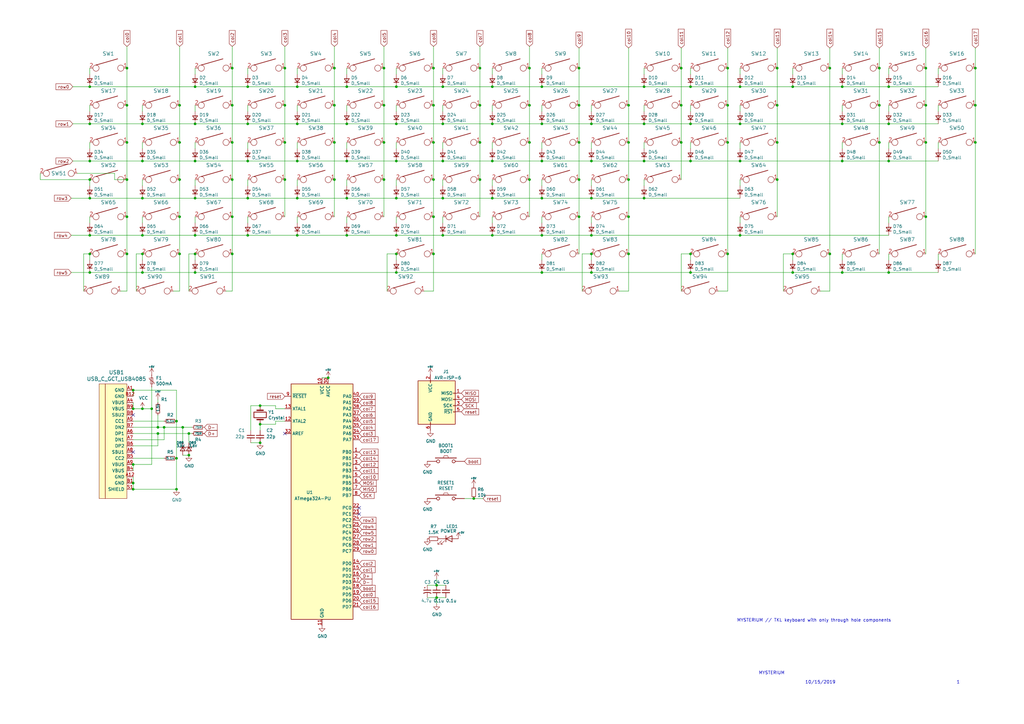
<source format=kicad_sch>
(kicad_sch (version 20211123) (generator eeschema)
  (paper "A3")
  (junction (at 36.83 104.14))
  (junction (at 64.77 175.26))
  (junction (at 345.44 111.76))
  (junction (at 283.21 111.76))
  (junction (at 364.49 66.04))
  (junction (at 181.61 81.28))
  (junction (at 303.53 35.56))
  (junction (at 73.66 104.14))
  (junction (at 73.66 43.18))
  (junction (at 58.42 50.8))
  (junction (at 318.77 27.94))
  (junction (at 283.21 35.56))
  (junction (at 177.8 73.66))
  (junction (at 181.61 96.52))
  (junction (at 52.07 27.94))
  (junction (at 162.56 96.52))
  (junction (at 196.85 58.42))
  (junction (at 325.12 104.14))
  (junction (at 54.61 200.66))
  (junction (at 73.66 73.66))
  (junction (at 142.24 50.8))
  (junction (at 74.93 175.26))
  (junction (at 201.93 35.56))
  (junction (at 137.16 73.66))
  (junction (at 157.48 27.94))
  (junction (at 54.61 160.02))
  (junction (at 279.4 27.94))
  (junction (at 279.4 43.18))
  (junction (at 242.57 66.04))
  (junction (at 194.31 204.47))
  (junction (at 222.25 81.28))
  (junction (at 181.61 50.8))
  (junction (at 80.01 96.52))
  (junction (at 242.57 96.52))
  (junction (at 58.42 66.04))
  (junction (at 279.4 58.42))
  (junction (at 52.07 43.18))
  (junction (at 217.17 58.42))
  (junction (at 257.81 73.66))
  (junction (at 177.8 104.14))
  (junction (at 217.17 27.94))
  (junction (at 196.85 73.66))
  (junction (at 177.8 58.42))
  (junction (at 36.83 50.8))
  (junction (at 264.16 81.28))
  (junction (at 95.25 104.14))
  (junction (at 264.16 50.8))
  (junction (at 58.42 81.28))
  (junction (at 181.61 35.56))
  (junction (at 80.01 66.04))
  (junction (at 72.39 200.66))
  (junction (at 257.81 58.42))
  (junction (at 52.07 58.42))
  (junction (at 36.83 81.28))
  (junction (at 162.56 66.04))
  (junction (at 116.84 58.42))
  (junction (at 340.36 27.94))
  (junction (at 36.83 66.04))
  (junction (at 95.25 27.94))
  (junction (at 121.92 66.04))
  (junction (at 264.16 35.56))
  (junction (at 36.83 96.52))
  (junction (at 222.25 96.52))
  (junction (at 73.66 58.42))
  (junction (at 58.42 96.52))
  (junction (at 72.39 187.96))
  (junction (at 62.23 167.64))
  (junction (at 345.44 66.04))
  (junction (at 177.8 27.94))
  (junction (at 222.25 111.76))
  (junction (at 162.56 104.14))
  (junction (at 80.01 111.76))
  (junction (at 116.84 43.18))
  (junction (at 77.47 186.69))
  (junction (at 101.6 66.04))
  (junction (at 345.44 50.8))
  (junction (at 345.44 35.56))
  (junction (at 196.85 43.18))
  (junction (at 142.24 35.56))
  (junction (at 364.49 111.76))
  (junction (at 177.8 88.9))
  (junction (at 177.8 43.18))
  (junction (at 54.61 190.5))
  (junction (at 95.25 73.66))
  (junction (at 237.49 58.42))
  (junction (at 201.93 96.52))
  (junction (at 237.49 88.9))
  (junction (at 201.93 66.04))
  (junction (at 360.68 43.18))
  (junction (at 201.93 50.8))
  (junction (at 298.45 58.42))
  (junction (at 121.92 35.56))
  (junction (at 179.07 240.03))
  (junction (at 242.57 111.76))
  (junction (at 283.21 66.04))
  (junction (at 64.77 177.8))
  (junction (at 121.92 50.8))
  (junction (at 142.24 66.04))
  (junction (at 101.6 35.56))
  (junction (at 237.49 27.94))
  (junction (at 157.48 73.66))
  (junction (at 137.16 27.94))
  (junction (at 54.61 198.12))
  (junction (at 242.57 81.28))
  (junction (at 298.45 43.18))
  (junction (at 36.83 35.56))
  (junction (at 257.81 104.14))
  (junction (at 157.48 58.42))
  (junction (at 134.62 154.94))
  (junction (at 196.85 27.94))
  (junction (at 101.6 50.8))
  (junction (at 237.49 73.66))
  (junction (at 318.77 73.66))
  (junction (at 318.77 58.42))
  (junction (at 72.39 172.72))
  (junction (at 36.83 111.76))
  (junction (at 36.83 73.66))
  (junction (at 222.25 35.56))
  (junction (at 95.25 43.18))
  (junction (at 325.12 35.56))
  (junction (at 379.73 58.42))
  (junction (at 162.56 111.76))
  (junction (at 379.73 43.18))
  (junction (at 106.68 173.99))
  (junction (at 298.45 27.94))
  (junction (at 162.56 35.56))
  (junction (at 137.16 43.18))
  (junction (at 237.49 43.18))
  (junction (at 80.01 35.56))
  (junction (at 242.57 50.8))
  (junction (at 106.68 166.37))
  (junction (at 303.53 66.04))
  (junction (at 95.25 58.42))
  (junction (at 325.12 111.76))
  (junction (at 121.92 96.52))
  (junction (at 283.21 50.8))
  (junction (at 137.16 58.42))
  (junction (at 360.68 27.94))
  (junction (at 303.53 50.8))
  (junction (at 400.05 43.18))
  (junction (at 360.68 58.42))
  (junction (at 364.49 35.56))
  (junction (at 54.61 167.64))
  (junction (at 116.84 27.94))
  (junction (at 162.56 50.8))
  (junction (at 364.49 50.8))
  (junction (at 242.57 104.14))
  (junction (at 318.77 43.18))
  (junction (at 142.24 96.52))
  (junction (at 222.25 66.04))
  (junction (at 95.25 88.9))
  (junction (at 80.01 50.8))
  (junction (at 58.42 167.64))
  (junction (at 179.07 245.11))
  (junction (at 52.07 104.14))
  (junction (at 52.07 73.66))
  (junction (at 52.07 88.9))
  (junction (at 101.6 81.28))
  (junction (at 101.6 96.52))
  (junction (at 283.21 104.14))
  (junction (at 73.66 88.9))
  (junction (at 340.36 104.14))
  (junction (at 379.73 27.94))
  (junction (at 257.81 88.9))
  (junction (at 80.01 81.28))
  (junction (at 303.53 96.52))
  (junction (at 201.93 81.28))
  (junction (at 58.42 104.14))
  (junction (at 379.73 88.9))
  (junction (at 162.56 81.28))
  (junction (at 58.42 111.76))
  (junction (at 400.05 58.42))
  (junction (at 181.61 66.04))
  (junction (at 77.47 177.8))
  (junction (at 106.68 181.61))
  (junction (at 80.01 104.14))
  (junction (at 217.17 43.18))
  (junction (at 116.84 73.66))
  (junction (at 157.48 43.18))
  (junction (at 400.05 27.94))
  (junction (at 222.25 50.8))
  (junction (at 217.17 73.66))
  (junction (at 121.92 81.28))
  (junction (at 298.45 104.14))
  (junction (at 264.16 66.04))
  (junction (at 142.24 81.28))
  (junction (at 257.81 43.18))
  (junction (at 67.31 175.26))
  (no_connect (at 54.61 185.42))
  (no_connect (at 147.32 210.82))
  (no_connect (at 147.32 208.28))
  (no_connect (at 54.61 170.18))
  (no_connect (at 116.84 177.8))
  (wire (pts (xy 181.61 66.04) (xy 201.93 66.04)))
  (wire (pts (xy 283.21 50.8) (xy 303.53 50.8)))
  (wire (pts (xy 237.49 27.94) (xy 237.49 43.18)))
  (wire (pts (xy 54.61 165.1) (xy 54.61 167.64)))
  (wire (pts (xy 201.93 30.48) (xy 201.93 27.94)))
  (wire (pts (xy 157.48 73.66) (xy 157.48 88.9)))
  (wire (pts (xy 298.45 104.14) (xy 298.45 119.38)))
  (wire (pts (xy 222.25 76.2) (xy 222.25 73.66)))
  (wire (pts (xy 194.31 204.47) (xy 190.5 204.47)))
  (wire (pts (xy 106.68 173.99) (xy 113.03 173.99)))
  (wire (pts (xy 400.05 27.94) (xy 400.05 43.18)))
  (wire (pts (xy 73.66 88.9) (xy 73.66 104.14)))
  (wire (pts (xy 279.4 104.14) (xy 279.4 119.38)))
  (wire (pts (xy 106.68 166.37) (xy 102.87 166.37)))
  (wire (pts (xy 52.07 73.66) (xy 46.99 73.66)))
  (wire (pts (xy 283.21 30.48) (xy 283.21 27.94)))
  (wire (pts (xy 162.56 91.44) (xy 162.56 88.9)))
  (wire (pts (xy 384.81 45.72) (xy 384.81 43.18)))
  (wire (pts (xy 177.8 104.14) (xy 177.8 88.9)))
  (wire (pts (xy 58.42 106.68) (xy 58.42 104.14)))
  (wire (pts (xy 222.25 35.56) (xy 264.16 35.56)))
  (wire (pts (xy 67.31 175.26) (xy 67.31 180.34)))
  (wire (pts (xy 264.16 60.96) (xy 264.16 58.42)))
  (wire (pts (xy 121.92 60.96) (xy 121.92 58.42)))
  (wire (pts (xy 325.12 106.68) (xy 325.12 104.14)))
  (wire (pts (xy 162.56 66.04) (xy 181.61 66.04)))
  (wire (pts (xy 77.47 177.8) (xy 78.74 177.8)))
  (wire (pts (xy 303.53 45.72) (xy 303.53 43.18)))
  (wire (pts (xy 345.44 45.72) (xy 345.44 43.18)))
  (wire (pts (xy 137.16 27.94) (xy 137.16 19.05)))
  (wire (pts (xy 142.24 30.48) (xy 142.24 27.94)))
  (wire (pts (xy 74.93 175.26) (xy 74.93 181.61)))
  (wire (pts (xy 62.23 167.64) (xy 62.23 190.5)))
  (wire (pts (xy 36.83 88.9) (xy 36.83 91.44)))
  (wire (pts (xy 58.42 60.96) (xy 58.42 58.42)))
  (wire (pts (xy 162.56 81.28) (xy 181.61 81.28)))
  (wire (pts (xy 54.61 160.02) (xy 72.39 160.02)))
  (wire (pts (xy 62.23 167.64) (xy 62.23 158.75)))
  (wire (pts (xy 237.49 58.42) (xy 237.49 73.66)))
  (wire (pts (xy 162.56 104.14) (xy 158.75 104.14)))
  (wire (pts (xy 80.01 111.76) (xy 58.42 111.76)))
  (wire (pts (xy 345.44 106.68) (xy 345.44 104.14)))
  (wire (pts (xy 283.21 106.68) (xy 283.21 104.14)))
  (wire (pts (xy 52.07 73.66) (xy 52.07 88.9)))
  (wire (pts (xy 384.81 60.96) (xy 384.81 58.42)))
  (wire (pts (xy 321.31 104.14) (xy 321.31 119.38)))
  (wire (pts (xy 64.77 175.26) (xy 67.31 175.26)))
  (wire (pts (xy 95.25 88.9) (xy 95.25 73.66)))
  (wire (pts (xy 379.73 27.94) (xy 379.73 19.685)))
  (wire (pts (xy 303.53 35.56) (xy 325.12 35.56)))
  (wire (pts (xy 242.57 60.96) (xy 242.57 58.42)))
  (wire (pts (xy 364.49 106.68) (xy 364.49 104.14)))
  (wire (pts (xy 121.92 91.44) (xy 121.92 88.9)))
  (wire (pts (xy 137.16 43.18) (xy 137.16 27.94)))
  (wire (pts (xy 36.83 66.04) (xy 29.845 66.04)))
  (wire (pts (xy 201.93 96.52) (xy 222.25 96.52)))
  (wire (pts (xy 58.42 66.04) (xy 80.01 66.04)))
  (wire (pts (xy 283.21 60.96) (xy 283.21 58.42)))
  (wire (pts (xy 222.25 30.48) (xy 222.25 27.94)))
  (wire (pts (xy 181.61 30.48) (xy 181.61 27.94)))
  (wire (pts (xy 242.57 111.76) (xy 222.25 111.76)))
  (wire (pts (xy 264.16 35.56) (xy 283.21 35.56)))
  (wire (pts (xy 95.25 27.94) (xy 95.25 19.05)))
  (wire (pts (xy 279.4 43.18) (xy 279.4 58.42)))
  (wire (pts (xy 142.24 91.44) (xy 142.24 88.9)))
  (wire (pts (xy 360.68 27.94) (xy 360.68 43.18)))
  (wire (pts (xy 283.21 35.56) (xy 303.53 35.56)))
  (wire (pts (xy 181.61 45.72) (xy 181.61 43.18)))
  (wire (pts (xy 217.17 88.9) (xy 217.17 73.66)))
  (wire (pts (xy 222.25 45.72) (xy 222.25 43.18)))
  (wire (pts (xy 101.6 81.28) (xy 121.92 81.28)))
  (wire (pts (xy 379.73 88.9) (xy 379.73 58.42)))
  (wire (pts (xy 222.25 66.04) (xy 242.57 66.04)))
  (wire (pts (xy 72.39 160.02) (xy 72.39 172.72)))
  (wire (pts (xy 54.61 177.8) (xy 64.77 177.8)))
  (wire (pts (xy 242.57 50.8) (xy 264.16 50.8)))
  (wire (pts (xy 116.84 58.42) (xy 116.84 73.66)))
  (wire (pts (xy 318.77 43.18) (xy 318.77 58.42)))
  (wire (pts (xy 279.4 58.42) (xy 279.4 73.66)))
  (wire (pts (xy 257.81 88.9) (xy 257.81 73.66)))
  (wire (pts (xy 101.6 45.72) (xy 101.6 43.18)))
  (wire (pts (xy 298.45 58.42) (xy 298.45 104.14)))
  (wire (pts (xy 54.61 193.04) (xy 54.61 190.5)))
  (wire (pts (xy 379.73 104.14) (xy 379.73 88.9)))
  (wire (pts (xy 55.88 104.14) (xy 55.88 119.38)))
  (wire (pts (xy 283.21 111.76) (xy 242.57 111.76)))
  (wire (pts (xy 80.01 45.72) (xy 80.01 43.18)))
  (wire (pts (xy 177.8 88.9) (xy 177.8 73.66)))
  (wire (pts (xy 217.17 43.18) (xy 217.17 27.94)))
  (wire (pts (xy 62.23 190.5) (xy 54.61 190.5)))
  (wire (pts (xy 157.48 27.94) (xy 157.48 43.18)))
  (wire (pts (xy 54.61 198.12) (xy 54.61 200.66)))
  (wire (pts (xy 217.17 27.94) (xy 217.17 19.05)))
  (wire (pts (xy 222.25 60.96) (xy 222.25 58.42)))
  (wire (pts (xy 58.42 81.28) (xy 80.01 81.28)))
  (wire (pts (xy 217.17 58.42) (xy 217.17 43.18)))
  (wire (pts (xy 77.47 104.14) (xy 77.47 119.38)))
  (wire (pts (xy 80.01 30.48) (xy 80.01 27.94)))
  (wire (pts (xy 113.03 173.99) (xy 113.03 172.72)))
  (wire (pts (xy 80.01 35.56) (xy 101.6 35.56)))
  (wire (pts (xy 181.61 60.96) (xy 181.61 58.42)))
  (wire (pts (xy 162.56 111.76) (xy 80.01 111.76)))
  (wire (pts (xy 36.83 66.04) (xy 58.42 66.04)))
  (wire (pts (xy 175.26 245.11) (xy 179.07 245.11)))
  (wire (pts (xy 298.45 43.18) (xy 298.45 58.42)))
  (wire (pts (xy 198.12 204.47) (xy 194.31 204.47)))
  (wire (pts (xy 257.81 43.18) (xy 257.81 19.685)))
  (wire (pts (xy 379.73 58.42) (xy 379.73 43.18)))
  (wire (pts (xy 113.03 167.64) (xy 116.84 167.64)))
  (wire (pts (xy 142.24 50.8) (xy 162.56 50.8)))
  (wire (pts (xy 264.16 76.2) (xy 264.16 73.66)))
  (wire (pts (xy 217.17 73.66) (xy 217.17 58.42)))
  (wire (pts (xy 121.92 76.2) (xy 121.92 73.66)))
  (wire (pts (xy 142.24 81.28) (xy 162.56 81.28)))
  (wire (pts (xy 264.16 81.28) (xy 303.53 81.28)))
  (wire (pts (xy 303.53 30.48) (xy 303.53 27.94)))
  (wire (pts (xy 237.49 88.9) (xy 237.49 104.14)))
  (wire (pts (xy 298.45 19.685) (xy 298.45 27.94)))
  (wire (pts (xy 137.16 88.9) (xy 137.16 73.66)))
  (wire (pts (xy 95.25 73.66) (xy 95.25 58.42)))
  (wire (pts (xy 36.83 50.8) (xy 58.42 50.8)))
  (wire (pts (xy 58.42 91.44) (xy 58.42 88.9)))
  (wire (pts (xy 64.77 177.8) (xy 77.47 177.8)))
  (wire (pts (xy 400.05 27.94) (xy 400.05 19.685)))
  (wire (pts (xy 364.49 35.56) (xy 384.81 35.56)))
  (wire (pts (xy 201.93 45.72) (xy 201.93 43.18)))
  (wire (pts (xy 73.66 104.14) (xy 73.66 119.38)))
  (wire (pts (xy 298.45 27.94) (xy 298.45 43.18)))
  (wire (pts (xy 116.84 73.66) (xy 116.84 88.9)))
  (wire (pts (xy 364.49 111.76) (xy 345.44 111.76)))
  (wire (pts (xy 364.49 50.8) (xy 384.81 50.8)))
  (wire (pts (xy 400.05 43.18) (xy 400.05 58.42)))
  (wire (pts (xy 384.81 111.76) (xy 364.49 111.76)))
  (wire (pts (xy 54.61 195.58) (xy 54.61 198.12)))
  (wire (pts (xy 345.44 35.56) (xy 364.49 35.56)))
  (wire (pts (xy 157.48 58.42) (xy 157.48 73.66)))
  (wire (pts (xy 196.85 58.42) (xy 196.85 73.66)))
  (wire (pts (xy 283.21 104.14) (xy 279.4 104.14)))
  (wire (pts (xy 222.25 50.8) (xy 242.57 50.8)))
  (wire (pts (xy 379.73 43.18) (xy 379.73 27.94)))
  (wire (pts (xy 36.83 96.52) (xy 29.21 96.52)))
  (wire (pts (xy 101.6 76.2) (xy 101.6 73.66)))
  (wire (pts (xy 318.77 27.94) (xy 318.77 43.18)))
  (wire (pts (xy 116.84 27.94) (xy 116.84 43.18)))
  (wire (pts (xy 364.49 91.44) (xy 364.49 88.9)))
  (wire (pts (xy 54.61 162.56) (xy 54.61 160.02)))
  (wire (pts (xy 137.16 73.66) (xy 137.16 58.42)))
  (wire (pts (xy 181.61 91.44) (xy 181.61 88.9)))
  (wire (pts (xy 142.24 35.56) (xy 162.56 35.56)))
  (wire (pts (xy 77.47 177.8) (xy 77.47 181.61)))
  (wire (pts (xy 325.12 111.76) (xy 283.21 111.76)))
  (wire (pts (xy 360.68 43.18) (xy 360.68 58.42)))
  (wire (pts (xy 264.16 30.48) (xy 264.16 27.94)))
  (wire (pts (xy 181.61 50.8) (xy 201.93 50.8)))
  (wire (pts (xy 340.36 27.94) (xy 340.36 19.685)))
  (wire (pts (xy 177.8 43.18) (xy 177.8 27.94)))
  (wire (pts (xy 364.49 66.04) (xy 384.81 66.04)))
  (wire (pts (xy 106.68 173.99) (xy 106.68 176.53)))
  (wire (pts (xy 52.07 88.9) (xy 52.07 104.14)))
  (wire (pts (xy 181.61 81.28) (xy 201.93 81.28)))
  (wire (pts (xy 113.03 166.37) (xy 113.03 167.64)))
  (wire (pts (xy 196.85 73.66) (xy 196.85 88.9)))
  (wire (pts (xy 360.68 27.94) (xy 360.68 19.685)))
  (wire (pts (xy 364.49 30.48) (xy 364.49 27.94)))
  (wire (pts (xy 54.61 167.64) (xy 58.42 167.64)))
  (wire (pts (xy 162.56 30.48) (xy 162.56 27.94)))
  (wire (pts (xy 80.01 96.52) (xy 101.6 96.52)))
  (wire (pts (xy 279.4 27.94) (xy 279.4 19.685)))
  (wire (pts (xy 179.07 240.03) (xy 179.07 237.49)))
  (wire (pts (xy 58.42 111.76) (xy 36.83 111.76)))
  (wire (pts (xy 52.07 119.38) (xy 49.53 119.38)))
  (wire (pts (xy 67.31 180.34) (xy 54.61 180.34)))
  (wire (pts (xy 283.21 66.04) (xy 303.53 66.04)))
  (wire (pts (xy 121.92 81.28) (xy 142.24 81.28)))
  (wire (pts (xy 303.53 50.8) (xy 345.44 50.8)))
  (wire (pts (xy 298.45 119.38) (xy 294.64 119.38)))
  (wire (pts (xy 101.6 66.04) (xy 121.92 66.04)))
  (wire (pts (xy 80.01 81.28) (xy 101.6 81.28)))
  (wire (pts (xy 64.77 165.1) (xy 64.77 163.83)))
  (wire (pts (xy 58.42 45.72) (xy 58.42 43.18)))
  (wire (pts (xy 242.57 106.68) (xy 242.57 104.14)))
  (wire (pts (xy 237.49 43.18) (xy 237.49 58.42)))
  (wire (pts (xy 242.57 76.2) (xy 242.57 73.66)))
  (wire (pts (xy 201.93 81.28) (xy 222.25 81.28)))
  (wire (pts (xy 142.24 45.72) (xy 142.24 43.18)))
  (wire (pts (xy 279.4 27.94) (xy 279.4 43.18)))
  (wire (pts (xy 242.57 91.44) (xy 242.57 88.9)))
  (wire (pts (xy 36.83 73.66) (xy 16.51 73.66)))
  (wire (pts (xy 303.53 66.04) (xy 345.44 66.04)))
  (wire (pts (xy 36.83 81.28) (xy 29.21 81.28)))
  (wire (pts (xy 181.61 96.52) (xy 201.93 96.52)))
  (wire (pts (xy 101.6 50.8) (xy 121.92 50.8)))
  (wire (pts (xy 54.61 175.26) (xy 64.77 175.26)))
  (wire (pts (xy 242.57 45.72) (xy 242.57 43.18)))
  (wire (pts (xy 80.01 66.04) (xy 101.6 66.04)))
  (wire (pts (xy 157.48 43.18) (xy 157.48 58.42)))
  (wire (pts (xy 318.77 73.66) (xy 318.77 88.9)))
  (wire (pts (xy 318.77 27.94) (xy 318.77 19.685)))
  (wire (pts (xy 257.81 58.42) (xy 257.81 43.18)))
  (wire (pts (xy 52.07 27.94) (xy 52.07 43.18)))
  (wire (pts (xy 102.87 166.37) (xy 102.87 176.53)))
  (wire (pts (xy 201.93 91.44) (xy 201.93 88.9)))
  (wire (pts (xy 36.83 81.28) (xy 58.42 81.28)))
  (wire (pts (xy 64.77 182.88) (xy 54.61 182.88)))
  (wire (pts (xy 54.61 187.96) (xy 67.31 187.96)))
  (wire (pts (xy 242.57 81.28) (xy 264.16 81.28)))
  (wire (pts (xy 162.56 60.96) (xy 162.56 58.42)))
  (wire (pts (xy 36.83 96.52) (xy 58.42 96.52)))
  (wire (pts (xy 101.6 60.96) (xy 101.6 58.42)))
  (wire (pts (xy 73.66 119.38) (xy 71.12 119.38)))
  (wire (pts (xy 74.93 186.69) (xy 77.47 186.69)))
  (wire (pts (xy 179.07 245.11) (xy 182.88 245.11)))
  (wire (pts (xy 177.8 104.14) (xy 177.8 119.38)))
  (wire (pts (xy 345.44 30.48) (xy 345.44 27.94)))
  (wire (pts (xy 73.66 73.66) (xy 73.66 88.9)))
  (wire (pts (xy 364.49 60.96) (xy 364.49 58.42)))
  (wire (pts (xy 242.57 96.52) (xy 303.53 96.52)))
  (wire (pts (xy 58.42 167.64) (xy 62.23 167.64)))
  (wire (pts (xy 318.77 58.42) (xy 318.77 73.66)))
  (wire (pts (xy 52.07 104.14) (xy 52.07 119.38)))
  (wire (pts (xy 325.12 35.56) (xy 345.44 35.56)))
  (wire (pts (xy 80.01 60.96) (xy 80.01 58.42)))
  (wire (pts (xy 222.25 91.44) (xy 222.25 88.9)))
  (wire (pts (xy 158.75 104.14) (xy 158.75 119.38)))
  (wire (pts (xy 54.61 200.66) (xy 72.39 200.66)))
  (wire (pts (xy 222.25 81.28) (xy 242.57 81.28)))
  (wire (pts (xy 242.57 66.04) (xy 264.16 66.04)))
  (wire (pts (xy 80.01 106.68) (xy 80.01 104.14)))
  (wire (pts (xy 222.25 96.52) (xy 242.57 96.52)))
  (wire (pts (xy 162.56 96.52) (xy 181.61 96.52)))
  (wire (pts (xy 257.81 119.38) (xy 254 119.38)))
  (wire (pts (xy 303.53 60.96) (xy 303.53 58.42)))
  (wire (pts (xy 325.12 104.14) (xy 321.31 104.14)))
  (wire (pts (xy 364.49 45.72) (xy 364.49 43.18)))
  (wire (pts (xy 132.08 154.94) (xy 134.62 154.94)))
  (wire (pts (xy 73.66 58.42) (xy 73.66 73.66)))
  (wire (pts (xy 345.44 60.96) (xy 345.44 58.42)))
  (wire (pts (xy 36.83 43.18) (xy 36.83 45.72)))
  (wire (pts (xy 303.53 96.52) (xy 364.49 96.52)))
  (wire (pts (xy 121.92 50.8) (xy 142.24 50.8)))
  (wire (pts (xy 283.21 45.72) (xy 283.21 43.18)))
  (wire (pts (xy 162.56 45.72) (xy 162.56 43.18)))
  (wire (pts (xy 345.44 50.8) (xy 364.49 50.8)))
  (wire (pts (xy 36.83 50.8) (xy 29.845 50.8)))
  (wire (pts (xy 36.83 106.68) (xy 36.83 104.14)))
  (wire (pts (xy 58.42 104.14) (xy 55.88 104.14)))
  (wire (pts (xy 34.29 104.14) (xy 34.29 119.38)))
  (wire (pts (xy 201.93 60.96) (xy 201.93 58.42)))
  (wire (pts (xy 222.25 106.68) (xy 222.25 104.14)))
  (wire (pts (xy 46.99 73.66) (xy 46.99 71.12)))
  (wire (pts (xy 80.01 91.44) (xy 80.01 88.9)))
  (wire (pts (xy 67.31 175.26) (xy 74.93 175.26)))
  (wire (pts (xy 95.25 43.18) (xy 95.25 27.94)))
  (wire (pts (xy 64.77 177.8) (xy 64.77 182.88)))
  (wire (pts (xy 162.56 76.2) (xy 162.56 73.66)))
  (wire (pts (xy 80.01 104.14) (xy 77.47 104.14)))
  (wire (pts (xy 121.92 35.56) (xy 142.24 35.56)))
  (wire (pts (xy 137.16 58.42) (xy 137.16 43.18)))
  (wire (pts (xy 72.39 172.72) (xy 72.39 187.96)))
  (wire (pts (xy 201.93 76.2) (xy 201.93 73.66)))
  (wire (pts (xy 95.25 104.14) (xy 95.25 119.38)))
  (wire (pts (xy 384.81 106.68) (xy 384.81 104.14)))
  (wire (pts (xy 80.01 50.8) (xy 101.6 50.8)))
  (wire (pts (xy 52.07 43.18) (xy 52.07 58.42)))
  (wire (pts (xy 52.07 27.94) (xy 52.07 19.05)))
  (wire (pts (xy 80.01 76.2) (xy 80.01 73.66)))
  (wire (pts (xy 177.8 58.42) (xy 177.8 43.18)))
  (wire (pts (xy 36.83 35.56) (xy 80.01 35.56)))
  (wire (pts (xy 74.93 175.26) (xy 78.74 175.26)))
  (wire (pts (xy 157.48 27.94) (xy 157.48 19.05)))
  (wire (pts (xy 72.39 187.96) (xy 72.39 200.66)))
  (wire (pts (xy 162.56 35.56) (xy 181.61 35.56)))
  (wire (pts (xy 116.84 43.18) (xy 116.84 58.42)))
  (wire (pts (xy 196.85 27.94) (xy 196.85 43.18)))
  (wire (pts (xy 201.93 66.04) (xy 222.25 66.04)))
  (wire (pts (xy 360.68 58.42) (xy 360.68 104.14)))
  (wire (pts (xy 303.53 91.44) (xy 303.53 88.9)))
  (wire (pts (xy 142.24 60.96) (xy 142.24 58.42)))
  (wire (pts (xy 177.8 73.66) (xy 177.8 58.42)))
  (wire (pts (xy 237.49 19.685) (xy 237.49 27.94)))
  (wire (pts (xy 73.66 43.18) (xy 73.66 19.05)))
  (wire (pts (xy 179.07 245.11) (xy 179.07 247.65)))
  (wire (pts (xy 177.8 27.94) (xy 177.8 19.05)))
  (wire (pts (xy 101.6 30.48) (xy 101.6 27.94)))
  (wire (pts (xy 257.81 104.14) (xy 257.81 119.38)))
  (wire (pts (xy 121.92 66.04) (xy 142.24 66.04)))
  (wire (pts (xy 16.51 73.66) (xy 16.51 71.12)))
  (wire (pts (xy 325.12 30.48) (xy 325.12 27.94)))
  (wire (pts (xy 95.25 58.42) (xy 95.25 43.18)))
  (wire (pts (xy 106.68 166.37) (xy 113.03 166.37)))
  (wire (pts (xy 238.76 104.14) (xy 238.76 119.38)))
  (wire (pts (xy 58.42 96.52) (xy 80.01 96.52)))
  (wire (pts (xy 201.93 50.8) (xy 222.25 50.8)))
  (wire (pts (xy 196.85 43.18) (xy 196.85 58.42)))
  (wire (pts (xy 242.57 104.14) (xy 238.76 104.14)))
  (wire (pts (xy 264.16 66.04) (xy 283.21 66.04)))
  (wire (pts (xy 162.56 106.68) (xy 162.56 104.14)))
  (wire (pts (xy 340.36 119.38) (xy 336.55 119.38)))
  (wire (pts (xy 121.92 45.72) (xy 121.92 43.18)))
  (wire (pts (xy 95.25 119.38) (xy 92.71 119.38)))
  (wire (pts (xy 179.07 240.03) (xy 182.88 240.03)))
  (wire (pts (xy 116.84 27.94) (xy 116.84 19.05)))
  (wire (pts (xy 222.25 111.76) (xy 162.56 111.76)))
  (wire (pts (xy 95.25 104.14) (xy 95.25 88.9)))
  (wire (pts (xy 181.61 76.2) (xy 181.61 73.66)))
  (wire (pts (xy 64.77 175.26) (xy 64.77 170.18)))
  (wire (pts (xy 175.26 240.03) (xy 179.07 240.03)))
  (wire (pts (xy 196.85 27.94) (xy 196.85 19.05)))
  (wire (pts (xy 201.93 35.56) (xy 222.25 35.56)))
  (wire (pts (xy 142.24 76.2) (xy 142.24 73.66)))
  (wire (pts (xy 181.61 35.56) (xy 201.93 35.56)))
  (wire (pts (xy 303.53 76.2) (xy 303.53 73.66)))
  (wire (pts (xy 340.36 27.94) (xy 340.36 104.14)))
  (wire (pts (xy 257.81 104.14) (xy 257.81 88.9)))
  (wire (pts (xy 400.05 58.42) (xy 400.05 104.14)))
  (wire (pts (xy 73.66 43.18) (xy 73.66 58.42)))
  (wire (pts (xy 384.81 30.48) (xy 384.81 27.94)))
  (wire (pts (xy 264.16 50.8) (xy 283.21 50.8)))
  (wire (pts (xy 257.81 73.66) (xy 257.81 58.42)))
  (wire (pts (xy 58.42 76.2) (xy 58.42 73.66)))
  (wire (pts (xy 345.44 66.04) (xy 364.49 66.04)))
  (wire (pts (xy 113.03 172.72) (xy 116.84 172.72)))
  (wire (pts (xy 142.24 66.04) (xy 162.56 66.04)))
  (wire (pts (xy 54.61 172.72) (xy 67.31 172.72)))
  (wire (pts (xy 101.6 96.52) (xy 121.92 96.52)))
  (wire (pts (xy 264.16 45.72) (xy 264.16 43.18)))
  (wire (pts (xy 52.07 58.42) (xy 52.07 73.66)))
  (wire (pts (xy 101.6 91.44) (xy 101.6 88.9)))
  (wire (pts (xy 102.87 181.61) (xy 106.68 181.61)))
  (wire (pts (xy 121.92 30.48) (xy 121.92 27.94)))
  (wire (pts (xy 177.8 119.38) (xy 173.99 119.38)))
  (wire (pts (xy 345.44 111.76) (xy 325.12 111.76)))
  (wire (pts (xy 101.6 35.56) (xy 121.92 35.56)))
  (wire (pts (xy 36.83 73.66) (xy 36.83 76.2)))
  (wire (pts (xy 46.99 71.12) (xy 31.75 71.12)))
  (wire (pts (xy 36.83 104.14) (xy 34.29 104.14)))
  (wire (pts (xy 36.83 58.42) (xy 36.83 60.96)))
  (wire (pts (xy 58.42 50.8) (xy 80.01 50.8)))
  (wire (pts (xy 36.83 111.76) (xy 29.21 111.76)))
  (wire (pts (xy 340.36 104.14) (xy 340.36 119.38)))
  (wire (pts (xy 36.83 27.94) (xy 36.83 30.48)))
  (wire (pts (xy 36.83 35.56) (xy 29.845 35.56)))
  (wire (pts (xy 162.56 50.8) (xy 181.61 50.8)))
  (wire (pts (xy 237.49 73.66) (xy 237.49 88.9)))
  (wire (pts (xy 142.24 96.52) (xy 162.56 96.52)))
  (wire (pts (xy 121.92 96.52) (xy 142.24 96.52)))
  (text "MYSTERIUM // TKL keyboard with only through hole components" (at 302.26 255.27 0) (effects (font (size 1.27 1.27)) (justify left bottom)))
  (text "10/15/2019" (at 330.2 280.67 0) (effects (font (size 1.27 1.27)) (justify left bottom)))
  (text "MYSTERIUM" (at 311.15 276.86 0) (effects (font (size 1.27 1.27)) (justify left bottom)))
  (text "1" (at 393.7 280.67 180) (effects (font (size 1.27 1.27)) (justify right bottom)))
  (global_label "col14" (shape input) (at 147.32 187.96 0) (property "Intersheet References" "${INTERSHEET_REFS}" (effects hide)))
  (global_label "MISO" (shape input) (at 189.23 161.29 0) (property "Intersheet References" "${INTERSHEET_REFS}" (effects hide)))
  (global_label "row3" (shape input) (at 29.21 81.28 180) (property "Intersheet References" "${INTERSHEET_REFS}" (effects hide)))
  (global_label "col2" (shape input) (at 147.32 231.14 0) (property "Intersheet References" "${INTERSHEET_REFS}" (effects hide)))
  (global_label "row2" (shape input) (at 147.32 220.98 0) (property "Intersheet References" "${INTERSHEET_REFS}" (effects hide)))
  (global_label "row2" (shape input) (at 29.845 66.04 180) (property "Intersheet References" "${INTERSHEET_REFS}" (effects hide)))
  (global_label "col10" (shape input) (at 257.81 19.685 90) (property "Intersheet References" "${INTERSHEET_REFS}" (effects hide)))
  (global_label "col0" (shape input) (at 52.07 19.05 90) (property "Intersheet References" "${INTERSHEET_REFS}" (effects hide)))
  (global_label "col13" (shape input) (at 147.32 185.42 0) (property "Intersheet References" "${INTERSHEET_REFS}" (effects hide)))
  (global_label "D-" (shape input) (at 147.32 238.76 0) (property "Intersheet References" "${INTERSHEET_REFS}" (effects hide)))
  (global_label "col4" (shape input) (at 147.32 175.26 0) (property "Intersheet References" "${INTERSHEET_REFS}" (effects hide)))
  (global_label "col8" (shape input) (at 217.17 19.05 90) (property "Intersheet References" "${INTERSHEET_REFS}" (effects hide)))
  (global_label "col11" (shape input) (at 147.32 193.04 0) (property "Intersheet References" "${INTERSHEET_REFS}" (effects hide)))
  (global_label "col8" (shape input) (at 147.32 165.1 0) (property "Intersheet References" "${INTERSHEET_REFS}" (effects hide)))
  (global_label "col14" (shape input) (at 340.36 19.685 90) (property "Intersheet References" "${INTERSHEET_REFS}" (effects hide)))
  (global_label "col10" (shape input) (at 147.32 195.58 0) (property "Intersheet References" "${INTERSHEET_REFS}" (effects hide)))
  (global_label "row0" (shape input) (at 29.845 35.56 180) (property "Intersheet References" "${INTERSHEET_REFS}" (effects hide)))
  (global_label "col15" (shape input) (at 147.32 246.38 0) (property "Intersheet References" "${INTERSHEET_REFS}" (effects hide)))
  (global_label "col7" (shape input) (at 147.32 167.64 0) (property "Intersheet References" "${INTERSHEET_REFS}" (effects hide)))
  (global_label "D+" (shape input) (at 83.82 177.8 0) (property "Intersheet References" "${INTERSHEET_REFS}" (effects hide)))
  (global_label "col3" (shape input) (at 147.32 177.8 0) (property "Intersheet References" "${INTERSHEET_REFS}" (effects hide)))
  (global_label "row5" (shape input) (at 29.21 111.76 180) (property "Intersheet References" "${INTERSHEET_REFS}" (effects hide)))
  (global_label "col1" (shape input) (at 73.66 19.05 90) (property "Intersheet References" "${INTERSHEET_REFS}" (effects hide)))
  (global_label "col0" (shape input) (at 147.32 243.84 0) (property "Intersheet References" "${INTERSHEET_REFS}" (effects hide)))
  (global_label "col17" (shape input) (at 147.32 180.34 0) (property "Intersheet References" "${INTERSHEET_REFS}" (effects hide)))
  (global_label "col3" (shape input) (at 116.84 19.05 90) (property "Intersheet References" "${INTERSHEET_REFS}" (effects hide)))
  (global_label "col13" (shape input) (at 318.77 19.685 90) (property "Intersheet References" "${INTERSHEET_REFS}" (effects hide)))
  (global_label "SCK" (shape input) (at 147.32 203.2 0) (property "Intersheet References" "${INTERSHEET_REFS}" (effects hide)))
  (global_label "col1" (shape input) (at 147.32 233.68 0) (property "Intersheet References" "${INTERSHEET_REFS}" (effects hide)))
  (global_label "col9" (shape input) (at 237.49 19.685 90) (property "Intersheet References" "${INTERSHEET_REFS}" (effects hide)))
  (global_label "boot" (shape input) (at 190.5 189.23 0) (property "Intersheet References" "${INTERSHEET_REFS}" (effects hide)))
  (global_label "SCK" (shape input) (at 189.23 166.37 0) (property "Intersheet References" "${INTERSHEET_REFS}" (effects hide)))
  (global_label "col5" (shape input) (at 157.48 19.05 90) (property "Intersheet References" "${INTERSHEET_REFS}" (effects hide)))
  (global_label "col16" (shape input) (at 379.73 19.685 90) (property "Intersheet References" "${INTERSHEET_REFS}" (effects hide)))
  (global_label "row0" (shape input) (at 147.32 226.06 0) (property "Intersheet References" "${INTERSHEET_REFS}" (effects hide)))
  (global_label "col16" (shape input) (at 147.32 248.92 0) (property "Intersheet References" "${INTERSHEET_REFS}" (effects hide)))
  (global_label "col4" (shape input) (at 137.16 19.05 90) (property "Intersheet References" "${INTERSHEET_REFS}" (effects hide)))
  (global_label "col12" (shape input) (at 147.32 190.5 0) (property "Intersheet References" "${INTERSHEET_REFS}" (effects hide)))
  (global_label "reset" (shape input) (at 198.12 204.47 0) (property "Intersheet References" "${INTERSHEET_REFS}" (effects hide)))
  (global_label "row4" (shape input) (at 29.21 96.52 180) (property "Intersheet References" "${INTERSHEET_REFS}" (effects hide)))
  (global_label "col2" (shape input) (at 95.25 19.05 90) (property "Intersheet References" "${INTERSHEET_REFS}" (effects hide)))
  (global_label "MISO" (shape input) (at 147.32 200.66 0) (property "Intersheet References" "${INTERSHEET_REFS}" (effects hide)))
  (global_label "col7" (shape input) (at 196.85 19.05 90) (property "Intersheet References" "${INTERSHEET_REFS}" (effects hide)))
  (global_label "D+" (shape input) (at 147.32 236.22 0) (property "Intersheet References" "${INTERSHEET_REFS}" (effects hide)))
  (global_label "row3" (shape input) (at 147.32 213.36 0) (property "Intersheet References" "${INTERSHEET_REFS}" (effects hide)))
  (global_label "col9" (shape input) (at 147.32 162.56 0) (property "Intersheet References" "${INTERSHEET_REFS}" (effects hide)))
  (global_label "MOSI" (shape input) (at 189.23 163.83 0) (property "Intersheet References" "${INTERSHEET_REFS}" (effects hide)))
  (global_label "boot" (shape input) (at 147.32 241.3 0) (property "Intersheet References" "${INTERSHEET_REFS}" (effects hide)))
  (global_label "row4" (shape input) (at 147.32 215.9 0) (property "Intersheet References" "${INTERSHEET_REFS}" (effects hide)))
  (global_label "col11" (shape input) (at 279.4 19.685 90) (property "Intersheet References" "${INTERSHEET_REFS}" (effects hide)))
  (global_label "col6" (shape input) (at 177.8 19.05 90) (property "Intersheet References" "${INTERSHEET_REFS}" (effects hide)))
  (global_label "D-" (shape input) (at 83.82 175.26 0) (property "Intersheet References" "${INTERSHEET_REFS}" (effects hide)))
  (global_label "reset" (shape input) (at 116.84 162.56 180) (property "Intersheet References" "${INTERSHEET_REFS}" (effects hide)))
  (global_label "col5" (shape input) (at 147.32 172.72 0) (property "Intersheet References" "${INTERSHEET_REFS}" (effects hide)))
  (global_label "col6" (shape input) (at 147.32 170.18 0) (property "Intersheet References" "${INTERSHEET_REFS}" (effects hide)))
  (global_label "row5" (shape input) (at 147.32 218.44 0) (property "Intersheet References" "${INTERSHEET_REFS}" (effects hide)))
  (global_label "row1" (shape input) (at 29.845 50.8 180) (property "Intersheet References" "${INTERSHEET_REFS}" (effects hide)))
  (global_label "row1" (shape input) (at 147.32 223.52 0) (property "Intersheet References" "${INTERSHEET_REFS}" (effects hide)))
  (global_label "reset" (shape input) (at 189.23 168.91 0) (property "Intersheet References" "${INTERSHEET_REFS}" (effects hide)))
  (global_label "MOSI" (shape input) (at 147.32 198.12 0) (property "Intersheet References" "${INTERSHEET_REFS}" (effects hide)))
  (global_label "col17" (shape input) (at 400.05 19.685 90) (property "Intersheet References" "${INTERSHEET_REFS}" (effects hide)))
  (global_label "col15" (shape input) (at 360.68 19.685 90) (property "Intersheet References" "${INTERSHEET_REFS}" (effects hide)))
  (global_label "col12" (shape input) (at 298.45 19.685 90) (property "Intersheet References" "${INTERSHEET_REFS}" (effects hide)))
  (symbol (lib_id "Device:R_Small") (at 69.85 172.72 270) (unit 1)
    (property "Reference" "R2" (at 69.85 170.18 90))
    (property "Value" "5.1k" (at 69.85 172.72 90) (effects (font (size 0.9906 0.9906))))
    (property "Footprint" "cftkb:R_Axial_DIN0204_L3.6mm_D1.6mm_P7.62mm_Horizontal" (effects hide))
  )
  (symbol (lib_id "Device:R_Small") (at 69.85 187.96 90) (unit 1)
    (property "Reference" "R5" (at 69.85 185.42 90))
    (property "Value" "5.1k" (at 69.85 187.96 90) (effects (font (size 0.9906 0.9906))))
    (property "Footprint" "cftkb:R_Axial_DIN0204_L3.6mm_D1.6mm_P7.62mm_Horizontal" (effects hide))
  )
  (symbol (lib_id "Type-C:USB_C_GCT_USB4085") (at 52.07 179.07 0) (unit 1)
    (property "Reference" "USB1" (at 47.7774 152.7302 0) (effects (font (size 1.524 1.524))))
    (property "Value" "USB_C_GCT_USB4085" (at 47.7774 155.4226 0) (effects (font (size 1.524 1.524))))
    (property "Footprint" "cftkb:USB_C_GCT_USB4085" (effects hide))
  )
  (symbol (lib_id "Device:CP1_Small") (at 175.26 242.57 0) (unit 1)
    (property "Reference" "C3" (at 173.99 238.76 0) (effects (justify left)))
    (property "Value" "4.7u" (at 172.72 246.38 0) (effects (justify left)))
    (property "Footprint" "cftkb:CP_Radial_D4.0mm_P1.50mm" (effects hide))
  )
  (symbol (lib_id "Device:C_Small") (at 179.07 242.57 0) (unit 1)
    (property "Reference" "C4" (at 177.8 238.76 0) (effects (justify left)))
    (property "Value" "0.1u" (at 177.8 246.38 0) (effects (justify left)))
    (property "Footprint" "cftkb:C_Disc_D4.3mm_W1.9mm_P5.00mm" (effects hide))
  )
  (symbol (lib_id "Device:C_Small") (at 182.88 242.57 0) (unit 1)
    (property "Reference" "C5" (at 181.61 238.76 0) (effects (justify left)))
    (property "Value" "0.1u" (at 182.88 246.38 0) (effects (justify left)))
    (property "Footprint" "cftkb:C_Disc_D4.3mm_W1.9mm_P5.00mm" (effects hide))
  )
  (symbol (lib_id "MCU_Microchip_ATmega:ATmega32A-PU") (at 132.08 205.74 0) (unit 1)
    (property "Reference" "U1" (at 127 201.93 0))
    (property "Value" "ATmega32A-PU" (at 128.27 204.47 0))
    (property "Footprint" "cftkb:DIP-40_W15.24mm" (effects hide))
    (property "Datasheet" "http://ww1.microchip.com/downloads/en/DeviceDoc/atmel-8155-8-bit-microcontroller-avr-atmega32a_datasheet.pdf" (effects hide))
  )
  (symbol (lib_id "Device:D_Zener_Small") (at 74.93 184.15 270) (unit 1)
    (property "Reference" "D88" (at 72.39 181.61 90) (effects (font (size 0.9906 0.9906)) (justify left)))
    (property "Value" "3.6V" (at 77.47 182.88 90) (effects (font (size 0.9906 0.9906)) (justify left)))
    (property "Footprint" "cftkb:D_DO-35_SOD27_P5.08mm_Horizontal" (effects hide))
  )
  (symbol (lib_id "Device:D_Zener_Small") (at 77.47 184.15 270) (unit 1)
    (property "Reference" "D89" (at 77.47 181.61 90) (effects (font (size 0.9906 0.9906)) (justify left)))
    (property "Value" "3.6V" (at 72.39 182.88 90) (effects (font (size 0.9906 0.9906)) (justify left)))
    (property "Footprint" "cftkb:D_DO-35_SOD27_P5.08mm_Horizontal" (effects hide))
  )
  (symbol (lib_id "keyboard_parts:SW_PUSH") (at 182.88 204.47 0) (unit 1)
    (property "Reference" "RESET1" (at 182.88 197.993 0))
    (property "Value" "RESET" (at 182.88 200.3044 0))
    (property "Footprint" "cftkb:SW_PUSH_6mm" (effects hide))
  )
  (symbol (lib_id "power:+5V") (at 179.07 237.49 0) (unit 1)
    (property "Reference" "#PWR015" (effects hide))
    (property "Value" "+5V" (at 178.9684 234.2388 0) (effects (font (size 0.762 0.762))))
  )
  (symbol (lib_id "power:+5V") (at 134.62 154.94 0) (unit 1)
    (property "Reference" "#PWR03" (effects hide))
    (property "Value" "+5V" (at 134.5184 151.6888 0) (effects (font (size 0.762 0.762))))
  )
  (symbol (lib_id "power:GND") (at 132.08 256.54 0) (unit 1)
    (property "Reference" "#PWR017" (effects hide))
    (property "Value" "GND" (at 132.207 260.9342 0))
  )
  (symbol (lib_id "Device:R_Small") (at 194.31 201.93 0) (unit 1)
    (property "Reference" "R6" (at 195.8086 200.7616 0) (effects (justify left)))
    (property "Value" "10k" (at 195.8086 203.073 0) (effects (justify left)))
    (property "Footprint" "cftkb:R_Axial_DIN0204_L3.6mm_D1.6mm_P7.62mm_Horizontal" (effects hide))
  )
  (symbol (lib_id "power:+5V") (at 194.31 199.39 0) (unit 1)
    (property "Reference" "#PWR010" (effects hide))
    (property "Value" "+5V" (at 194.2084 196.1388 0) (effects (font (size 0.762 0.762))))
  )
  (symbol (lib_id "power:GND") (at 175.26 204.47 0) (unit 1)
    (property "Reference" "#PWR012" (effects hide))
    (property "Value" "GND" (at 175.387 208.8642 0))
  )
  (symbol (lib_id "Device:LED") (at 184.15 220.98 0) (unit 1)
    (property "Reference" "LED1" (at 185.42 215.9 0))
    (property "Value" "POWER" (at 183.9214 217.805 0))
    (property "Footprint" "cftkb:LED_D3.0mm" (effects hide))
  )
  (symbol (lib_id "power:+5V") (at 187.96 220.98 0) (unit 1)
    (property "Reference" "#PWR014" (effects hide))
    (property "Value" "+5V" (at 189.23 218.44 0) (effects (font (size 0.762 0.762))))
  )
  (symbol (lib_id "Device:R_Small") (at 177.8 220.98 270) (unit 1)
    (property "Reference" "R7" (at 177.8 216.0016 90))
    (property "Value" "1.5K" (at 177.8 218.313 90))
    (property "Footprint" "cftkb:R_Axial_DIN0204_L3.6mm_D1.6mm_P7.62mm_Horizontal" (effects hide))
  )
  (symbol (lib_id "power:GND") (at 175.26 220.98 0) (unit 1)
    (property "Reference" "#PWR013" (effects hide))
    (property "Value" "GND" (at 175.387 225.3742 0))
  )
  (symbol (lib_id "keyboard_parts:SW_PUSH") (at 182.88 189.23 0) (unit 1)
    (property "Reference" "BOOT1" (at 182.88 182.753 0))
    (property "Value" "BOOT" (at 182.88 185.0644 0))
    (property "Footprint" "cftkb:SW_PUSH_6mm" (effects hide))
  )
  (symbol (lib_id "power:GND") (at 175.26 189.23 0) (unit 1)
    (property "Reference" "#PWR09" (effects hide))
    (property "Value" "GND" (at 175.387 193.6242 0))
  )
  (symbol (lib_id "Device:R_Small") (at 81.28 175.26 270) (unit 1)
    (property "Reference" "R3" (at 81.28 172.72 90))
    (property "Value" "75R" (at 81.28 175.26 90) (effects (font (size 0.9906 0.9906))))
    (property "Footprint" "cftkb:R_Axial_DIN0204_L3.6mm_D1.6mm_P7.62mm_Horizontal" (effects hide))
  )
  (symbol (lib_id "Device:R_Small") (at 81.28 177.8 270) (unit 1)
    (property "Reference" "R4" (at 81.28 180.34 90))
    (property "Value" "75R" (at 81.28 177.8 90) (effects (font (size 0.9906 0.9906))))
    (property "Footprint" "cftkb:R_Axial_DIN0204_L3.6mm_D1.6mm_P7.62mm_Horizontal" (effects hide))
  )
  (symbol (lib_id "power:GND") (at 72.39 200.66 0) (unit 1)
    (property "Reference" "#PWR011" (effects hide))
    (property "Value" "GND" (at 72.517 205.0542 0))
  )
  (symbol (lib_id "Device:Crystal") (at 106.68 170.18 270) (unit 1)
    (property "Reference" "Y1" (at 110.0074 169.0116 90) (effects (justify left)))
    (property "Value" "Crystal" (at 110.0074 171.323 90) (effects (justify left)))
    (property "Footprint" "cftkb:Crystal_HC49-4H_Vertical" (effects hide))
  )
  (symbol (lib_id "power:GND") (at 77.47 186.69 0) (unit 1)
    (property "Reference" "#PWR08" (effects hide))
    (property "Value" "GND" (at 77.597 191.0842 0))
  )
  (symbol (lib_id "Device:C_Small") (at 106.68 179.07 0) (unit 1)
    (property "Reference" "C2" (at 109.22 176.53 0) (effects (justify left)))
    (property "Value" "22p" (at 109.22 179.07 0) (effects (justify left)))
    (property "Footprint" "cftkb:C_Disc_D3.0mm_W1.6mm_P2.50mm" (effects hide))
  )
  (symbol (lib_id "Device:C_Small") (at 102.87 179.07 0) (unit 1)
    (property "Reference" "C1" (at 97.79 176.53 0) (effects (justify left)))
    (property "Value" "22p" (at 96.52 179.07 0) (effects (justify left)))
    (property "Footprint" "cftkb:C_Disc_D3.0mm_W1.6mm_P2.50mm" (effects hide))
  )
  (symbol (lib_id "power:+5V") (at 176.53 153.67 0) (unit 1)
    (property "Reference" "#PWR02" (effects hide))
    (property "Value" "+5V" (at 176.4284 150.4188 0) (effects (font (size 0.762 0.762))))
  )
  (symbol (lib_id "power:GND") (at 106.68 181.61 0) (unit 1)
    (property "Reference" "#PWR07" (effects hide))
    (property "Value" "GND" (at 106.807 186.0042 0))
  )
  (symbol (lib_id "Device:R_Small") (at 64.77 167.64 0) (unit 1)
    (property "Reference" "R1" (at 66.04 163.83 0) (effects (justify left)))
    (property "Value" "1.5k" (at 64.77 168.91 90) (effects (font (size 0.9906 0.9906)) (justify left)))
    (property "Footprint" "cftkb:R_Axial_DIN0204_L3.6mm_D1.6mm_P7.62mm_Horizontal" (effects hide))
  )
  (symbol (lib_id "power:+5V") (at 64.77 163.83 0) (unit 1)
    (property "Reference" "#PWR04" (effects hide))
    (property "Value" "+5V" (at 64.6684 160.5788 0) (effects (font (size 0.762 0.762))))
  )
  (symbol (lib_id "power:VCC") (at 58.42 167.64 0) (unit 1)
    (property "Reference" "#PWR05" (effects hide))
    (property "Value" "VCC" (at 58.8518 163.2458 0))
  )
  (symbol (lib_id "Device:Polyfuse_Small") (at 62.23 156.21 0) (unit 1)
    (property "Reference" "F1" (at 63.9572 155.0416 0) (effects (justify left)))
    (property "Value" "500mA" (at 63.9572 157.353 0) (effects (justify left)))
    (property "Footprint" "cftkb:polyfuse_5.1mm" (effects hide))
  )
  (symbol (lib_id "power:+5V") (at 62.23 153.67 0) (unit 1)
    (property "Reference" "#PWR01" (effects hide))
    (property "Value" "+5V" (at 62.1284 150.4188 0) (effects (font (size 0.762 0.762))))
  )
  (symbol (lib_id "Connector:AVR-ISP-6") (at 179.07 166.37 0) (unit 1)
    (property "Reference" "J1" (at 184.15 152.4 0) (effects (justify right)))
    (property "Value" "AVR-ISP-6" (at 189.23 154.94 0) (effects (justify right)))
    (property "Footprint" "cftkb:AVR_ICSP_3x2" (effects hide))
    (property "Datasheet" " ~" (effects hide))
  )
  (symbol (lib_id "power:GND") (at 176.53 176.53 0) (unit 1)
    (property "Reference" "#PWR06" (effects hide))
    (property "Value" "GND" (at 176.657 180.9242 0))
  )
  (symbol (lib_id "keyboard_parts:KEYSW") (at 66.04 88.9 0) (unit 1)
    (property "Reference" "SW66" (at 66.04 82.9818 0) (effects (font (size 1.524 1.524))))
    (property "Value" "KEYSW" (effects hide))
    (property "Footprint" "cftkb:SW_Cherry_MX1A_1.00u_PCB-NOSCREEN" (effects hide))
  )
  (symbol (lib_id "keyboard_parts:KEYSW") (at 66.04 73.66 0) (unit 1)
    (property "Reference" "SW53" (at 66.04 67.7418 0) (effects (font (size 1.524 1.524))))
    (property "Value" "KEYSW" (effects hide))
    (property "Footprint" "cftkb:SW_Cherry_MX1A_1.00u_PCB-NOSCREEN" (effects hide))
  )
  (symbol (lib_id "keyboard_parts:KEYSW") (at 66.04 104.14 0) (unit 1)
    (property "Reference" "SW79" (at 66.04 98.2218 0) (effects (font (size 1.524 1.524))))
    (property "Value" "KEYSW" (effects hide))
    (property "Footprint" "cftkb:SW_Cherry_MX1A_1.25u_PCBNOSCREEN" (effects hide))
  )
  (symbol (lib_id "keyboard_parts:KEYSW") (at 66.04 43.18 0) (unit 1)
    (property "Reference" "SW18" (at 66.04 37.2618 0) (effects (font (size 1.524 1.524))))
    (property "Value" "KEYSW" (effects hide))
    (property "Footprint" "cftkb:SW_Cherry_MX1A_1.00u_PCB-NOSCREEN" (effects hide))
  )
  (symbol (lib_id "keyboard_parts:KEYSW") (at 66.04 58.42 0) (unit 1)
    (property "Reference" "SW35" (at 66.04 52.5018 0) (effects (font (size 1.524 1.524))))
    (property "Value" "KEYSW" (effects hide))
    (property "Footprint" "cftkb:SW_Cherry_MX1A_1.00u_PCB-NOSCREEN" (effects hide))
  )
  (symbol (lib_id "Device:D_Small") (at 58.42 63.5 90) (unit 1)
    (property "Reference" "D35" (at 60.1472 62.3316 90) (effects (justify right)))
    (property "Value" "D_Small" (at 60.1472 64.643 90) (effects (justify right)))
    (property "Footprint" "cftkb:D_DO-35_SOD27_P5.08mm_Horizontal" (effects hide))
  )
  (symbol (lib_id "Device:D_Small") (at 58.42 109.22 90) (unit 1)
    (property "Reference" "D78" (at 60.1472 108.0516 90) (effects (justify right)))
    (property "Value" "D_Small" (at 60.1472 110.363 90) (effects (justify right)))
    (property "Footprint" "cftkb:D_DO-35_SOD27_P5.08mm_Horizontal" (effects hide))
  )
  (symbol (lib_id "Device:D_Small") (at 58.42 78.74 90) (unit 1)
    (property "Reference" "D52" (at 60.1472 77.5716 90) (effects (justify right)))
    (property "Value" "D_Small" (at 60.1472 79.883 90) (effects (justify right)))
    (property "Footprint" "cftkb:D_DO-35_SOD27_P5.08mm_Horizontal" (effects hide))
  )
  (symbol (lib_id "Device:D_Small") (at 58.42 48.26 90) (unit 1)
    (property "Reference" "D18" (at 60.1472 47.0916 90) (effects (justify right)))
    (property "Value" "D_Small" (at 60.1472 49.403 90) (effects (justify right)))
    (property "Footprint" "cftkb:D_DO-35_SOD27_P5.08mm_Horizontal" (effects hide))
  )
  (symbol (lib_id "Device:D_Small") (at 58.42 93.98 90) (unit 1)
    (property "Reference" "D65" (at 60.1472 92.8116 90) (effects (justify right)))
    (property "Value" "D_Small" (at 60.1472 95.123 90) (effects (justify right)))
    (property "Footprint" "cftkb:D_DO-35_SOD27_P5.08mm_Horizontal" (effects hide))
  )
  (symbol (lib_id "keyboard_parts:KEYSW") (at 87.63 88.9 0) (unit 1)
    (property "Reference" "SW67" (at 87.63 82.9818 0) (effects (font (size 1.524 1.524))))
    (property "Value" "KEYSW" (effects hide))
    (property "Footprint" "cftkb:SW_Cherry_MX1A_1.00u_PCB-NOSCREEN" (effects hide))
  )
  (symbol (lib_id "keyboard_parts:KEYSW") (at 87.63 73.66 0) (unit 1)
    (property "Reference" "SW54" (at 87.63 67.7418 0) (effects (font (size 1.524 1.524))))
    (property "Value" "KEYSW" (effects hide))
    (property "Footprint" "cftkb:SW_Cherry_MX1A_1.00u_PCB-NOSCREEN" (effects hide))
  )
  (symbol (lib_id "keyboard_parts:KEYSW") (at 87.63 104.14 0) (unit 1)
    (property "Reference" "SW80" (at 87.63 98.2218 0) (effects (font (size 1.524 1.524))))
    (property "Value" "KEYSW" (effects hide))
    (property "Footprint" "cftkb:SW_Cherry_MX1A_1.50u_PCBNOSCREEN" (effects hide))
  )
  (symbol (lib_id "keyboard_parts:KEYSW") (at 87.63 43.18 0) (unit 1)
    (property "Reference" "SW19" (at 87.63 37.2618 0) (effects (font (size 1.524 1.524))))
    (property "Value" "KEYSW" (effects hide))
    (property "Footprint" "cftkb:SW_Cherry_MX1A_1.00u_PCB-NOSCREEN" (effects hide))
  )
  (symbol (lib_id "keyboard_parts:KEYSW") (at 87.63 58.42 0) (unit 1)
    (property "Reference" "SW36" (at 87.63 52.5018 0) (effects (font (size 1.524 1.524))))
    (property "Value" "KEYSW" (effects hide))
    (property "Footprint" "cftkb:SW_Cherry_MX1A_1.00u_PCB-NOSCREEN" (effects hide))
  )
  (symbol (lib_id "Device:D_Small") (at 80.01 63.5 90) (unit 1)
    (property "Reference" "D36" (at 81.7372 62.3316 90) (effects (justify right)))
    (property "Value" "D_Small" (at 81.7372 64.643 90) (effects (justify right)))
    (property "Footprint" "cftkb:D_DO-35_SOD27_P5.08mm_Horizontal" (effects hide))
  )
  (symbol (lib_id "Device:D_Small") (at 80.01 33.02 90) (unit 1)
    (property "Reference" "D2" (at 81.7372 31.8516 90) (effects (justify right)))
    (property "Value" "D_Small" (at 81.7372 34.163 90) (effects (justify right)))
    (property "Footprint" "cftkb:D_DO-35_SOD27_P5.08mm_Horizontal" (effects hide))
  )
  (symbol (lib_id "Device:D_Small") (at 80.01 109.22 90) (unit 1)
    (property "Reference" "D79" (at 81.7372 108.0516 90) (effects (justify right)))
    (property "Value" "D_Small" (at 81.7372 110.363 90) (effects (justify right)))
    (property "Footprint" "cftkb:D_DO-35_SOD27_P5.08mm_Horizontal" (effects hide))
  )
  (symbol (lib_id "keyboard_parts:KEYSW") (at 87.63 27.94 0) (unit 1)
    (property "Reference" "SW2" (at 87.63 22.0218 0) (effects (font (size 1.524 1.524))))
    (property "Value" "KEYSW" (effects hide))
    (property "Footprint" "cftkb:SW_Cherry_MX1A_1.00u_PCB-NOSCREEN" (effects hide))
  )
  (symbol (lib_id "Device:D_Small") (at 80.01 78.74 90) (unit 1)
    (property "Reference" "D53" (at 81.7372 77.5716 90) (effects (justify right)))
    (property "Value" "D_Small" (at 81.7372 79.883 90) (effects (justify right)))
    (property "Footprint" "cftkb:D_DO-35_SOD27_P5.08mm_Horizontal" (effects hide))
  )
  (symbol (lib_id "Device:D_Small") (at 80.01 48.26 90) (unit 1)
    (property "Reference" "D19" (at 81.7372 47.0916 90) (effects (justify right)))
    (property "Value" "D_Small" (at 81.7372 49.403 90) (effects (justify right)))
    (property "Footprint" "cftkb:D_DO-35_SOD27_P5.08mm_Horizontal" (effects hide))
  )
  (symbol (lib_id "Device:D_Small") (at 80.01 93.98 90) (unit 1)
    (property "Reference" "D66" (at 81.7372 92.8116 90) (effects (justify right)))
    (property "Value" "D_Small" (at 81.7372 95.123 90) (effects (justify right)))
    (property "Footprint" "cftkb:D_DO-35_SOD27_P5.08mm_Horizontal" (effects hide))
  )
  (symbol (lib_id "keyboard_parts:KEYSW") (at 109.22 73.66 0) (unit 1)
    (property "Reference" "SW55" (at 109.22 67.7418 0) (effects (font (size 1.524 1.524))))
    (property "Value" "KEYSW" (effects hide))
    (property "Footprint" "cftkb:SW_Cherry_MX1A_1.00u_PCB-NOSCREEN" (effects hide))
  )
  (symbol (lib_id "keyboard_parts:KEYSW") (at 109.22 58.42 0) (unit 1)
    (property "Reference" "SW37" (at 109.22 52.5018 0) (effects (font (size 1.524 1.524))))
    (property "Value" "KEYSW" (effects hide))
    (property "Footprint" "cftkb:SW_Cherry_MX1A_1.00u_PCB-NOSCREEN" (effects hide))
  )
  (symbol (lib_id "keyboard_parts:KEYSW") (at 109.22 27.94 0) (unit 1)
    (property "Reference" "SW3" (at 109.22 22.0218 0) (effects (font (size 1.524 1.524))))
    (property "Value" "KEYSW" (effects hide))
    (property "Footprint" "cftkb:SW_Cherry_MX1A_1.00u_PCB-NOSCREEN" (effects hide))
  )
  (symbol (lib_id "keyboard_parts:KEYSW") (at 109.22 43.18 0) (unit 1)
    (property "Reference" "SW20" (at 109.22 37.2618 0) (effects (font (size 1.524 1.524))))
    (property "Value" "KEYSW" (effects hide))
    (property "Footprint" "cftkb:SW_Cherry_MX1A_1.00u_PCB-NOSCREEN" (effects hide))
  )
  (symbol (lib_id "Device:D_Small") (at 101.6 48.26 90) (unit 1)
    (property "Reference" "D20" (at 103.3272 47.0916 90) (effects (justify right)))
    (property "Value" "D_Small" (at 103.3272 49.403 90) (effects (justify right)))
    (property "Footprint" "cftkb:D_DO-35_SOD27_P5.08mm_Horizontal" (effects hide))
  )
  (symbol (lib_id "Device:D_Small") (at 101.6 93.98 90) (unit 1)
    (property "Reference" "D67" (at 103.3272 92.8116 90) (effects (justify right)))
    (property "Value" "D_Small" (at 103.3272 95.123 90) (effects (justify right)))
    (property "Footprint" "cftkb:D_DO-35_SOD27_P5.08mm_Horizontal" (effects hide))
  )
  (symbol (lib_id "Device:D_Small") (at 101.6 63.5 90) (unit 1)
    (property "Reference" "D37" (at 103.3272 62.3316 90) (effects (justify right)))
    (property "Value" "D_Small" (at 103.3272 64.643 90) (effects (justify right)))
    (property "Footprint" "cftkb:D_DO-35_SOD27_P5.08mm_Horizontal" (effects hide))
  )
  (symbol (lib_id "keyboard_parts:KEYSW") (at 109.22 88.9 0) (unit 1)
    (property "Reference" "SW68" (at 109.22 82.9818 0) (effects (font (size 1.524 1.524))))
    (property "Value" "KEYSW" (effects hide))
    (property "Footprint" "cftkb:SW_Cherry_MX1A_1.00u_PCB-NOSCREEN" (effects hide))
  )
  (symbol (lib_id "Device:D_Small") (at 101.6 33.02 90) (unit 1)
    (property "Reference" "D3" (at 103.3272 31.8516 90) (effects (justify right)))
    (property "Value" "D_Small" (at 103.3272 34.163 90) (effects (justify right)))
    (property "Footprint" "cftkb:D_DO-35_SOD27_P5.08mm_Horizontal" (effects hide))
  )
  (symbol (lib_id "Device:D_Small") (at 101.6 78.74 90) (unit 1)
    (property "Reference" "D54" (at 103.3272 77.5716 90) (effects (justify right)))
    (property "Value" "D_Small" (at 103.3272 79.883 90) (effects (justify right)))
    (property "Footprint" "cftkb:D_DO-35_SOD27_P5.08mm_Horizontal" (effects hide))
  )
  (symbol (lib_id "keyboard_parts:KEYSW") (at 129.54 73.66 0) (unit 1)
    (property "Reference" "SW56" (at 129.54 67.7418 0) (effects (font (size 1.524 1.524))))
    (property "Value" "KEYSW" (effects hide))
    (property "Footprint" "cftkb:SW_Cherry_MX1A_1.00u_PCB-NOSCREEN" (effects hide))
  )
  (symbol (lib_id "keyboard_parts:KEYSW") (at 129.54 58.42 0) (unit 1)
    (property "Reference" "SW38" (at 129.54 52.5018 0) (effects (font (size 1.524 1.524))))
    (property "Value" "KEYSW" (effects hide))
    (property "Footprint" "cftkb:SW_Cherry_MX1A_1.00u_PCB-NOSCREEN" (effects hide))
  )
  (symbol (lib_id "keyboard_parts:KEYSW") (at 129.54 27.94 0) (unit 1)
    (property "Reference" "SW4" (at 129.54 22.0218 0) (effects (font (size 1.524 1.524))))
    (property "Value" "KEYSW" (effects hide))
    (property "Footprint" "cftkb:SW_Cherry_MX1A_1.00u_PCB-NOSCREEN" (effects hide))
  )
  (symbol (lib_id "keyboard_parts:KEYSW") (at 129.54 43.18 0) (unit 1)
    (property "Reference" "SW21" (at 129.54 37.2618 0) (effects (font (size 1.524 1.524))))
    (property "Value" "KEYSW" (effects hide))
    (property "Footprint" "cftkb:SW_Cherry_MX1A_1.00u_PCB-NOSCREEN" (effects hide))
  )
  (symbol (lib_id "Device:D_Small") (at 121.92 48.26 90) (unit 1)
    (property "Reference" "D21" (at 123.6472 47.0916 90) (effects (justify right)))
    (property "Value" "D_Small" (at 123.6472 49.403 90) (effects (justify right)))
    (property "Footprint" "cftkb:D_DO-35_SOD27_P5.08mm_Horizontal" (effects hide))
  )
  (symbol (lib_id "Device:D_Small") (at 121.92 93.98 90) (unit 1)
    (property "Reference" "D68" (at 123.6472 92.8116 90) (effects (justify right)))
    (property "Value" "D_Small" (at 123.6472 95.123 90) (effects (justify right)))
    (property "Footprint" "cftkb:D_DO-35_SOD27_P5.08mm_Horizontal" (effects hide))
  )
  (symbol (lib_id "Device:D_Small") (at 121.92 63.5 90) (unit 1)
    (property "Reference" "D38" (at 123.6472 62.3316 90) (effects (justify right)))
    (property "Value" "D_Small" (at 123.6472 64.643 90) (effects (justify right)))
    (property "Footprint" "cftkb:D_DO-35_SOD27_P5.08mm_Horizontal" (effects hide))
  )
  (symbol (lib_id "keyboard_parts:KEYSW") (at 129.54 88.9 0) (unit 1)
    (property "Reference" "SW69" (at 129.54 82.9818 0) (effects (font (size 1.524 1.524))))
    (property "Value" "KEYSW" (effects hide))
    (property "Footprint" "cftkb:SW_Cherry_MX1A_1.00u_PCB-NOSCREEN" (effects hide))
  )
  (symbol (lib_id "Device:D_Small") (at 121.92 33.02 90) (unit 1)
    (property "Reference" "D4" (at 123.6472 31.8516 90) (effects (justify right)))
    (property "Value" "D_Small" (at 123.6472 34.163 90) (effects (justify right)))
    (property "Footprint" "cftkb:D_DO-35_SOD27_P5.08mm_Horizontal" (effects hide))
  )
  (symbol (lib_id "Device:D_Small") (at 121.92 78.74 90) (unit 1)
    (property "Reference" "D55" (at 123.6472 77.5716 90) (effects (justify right)))
    (property "Value" "D_Small" (at 123.6472 79.883 90) (effects (justify right)))
    (property "Footprint" "cftkb:D_DO-35_SOD27_P5.08mm_Horizontal" (effects hide))
  )
  (symbol (lib_id "keyboard_parts:KEYSW") (at 149.86 73.66 0) (unit 1)
    (property "Reference" "SW57" (at 149.86 67.7418 0) (effects (font (size 1.524 1.524))))
    (property "Value" "KEYSW" (effects hide))
    (property "Footprint" "cftkb:SW_Cherry_MX1A_1.00u_PCB-NOSCREEN" (effects hide))
  )
  (symbol (lib_id "keyboard_parts:KEYSW") (at 149.86 58.42 0) (unit 1)
    (property "Reference" "SW39" (at 149.86 52.5018 0) (effects (font (size 1.524 1.524))))
    (property "Value" "KEYSW" (effects hide))
    (property "Footprint" "cftkb:SW_Cherry_MX1A_1.00u_PCB-NOSCREEN" (effects hide))
  )
  (symbol (lib_id "keyboard_parts:KEYSW") (at 149.86 27.94 0) (unit 1)
    (property "Reference" "SW5" (at 149.86 22.0218 0) (effects (font (size 1.524 1.524))))
    (property "Value" "KEYSW" (effects hide))
    (property "Footprint" "cftkb:SW_Cherry_MX1A_1.00u_PCB-NOSCREEN" (effects hide))
  )
  (symbol (lib_id "keyboard_parts:KEYSW") (at 149.86 43.18 0) (unit 1)
    (property "Reference" "SW22" (at 149.86 37.2618 0) (effects (font (size 1.524 1.524))))
    (property "Value" "KEYSW" (effects hide))
    (property "Footprint" "cftkb:SW_Cherry_MX1A_1.00u_PCB-NOSCREEN" (effects hide))
  )
  (symbol (lib_id "Device:D_Small") (at 142.24 48.26 90) (unit 1)
    (property "Reference" "D22" (at 143.9672 47.0916 90) (effects (justify right)))
    (property "Value" "D_Small" (at 143.9672 49.403 90) (effects (justify right)))
    (property "Footprint" "cftkb:D_DO-35_SOD27_P5.08mm_Horizontal" (effects hide))
  )
  (symbol (lib_id "Device:D_Small") (at 142.24 93.98 90) (unit 1)
    (property "Reference" "D69" (at 143.9672 92.8116 90) (effects (justify right)))
    (property "Value" "D_Small" (at 143.9672 95.123 90) (effects (justify right)))
    (property "Footprint" "cftkb:D_DO-35_SOD27_P5.08mm_Horizontal" (effects hide))
  )
  (symbol (lib_id "Device:D_Small") (at 142.24 63.5 90) (unit 1)
    (property "Reference" "D39" (at 143.9672 62.3316 90) (effects (justify right)))
    (property "Value" "D_Small" (at 143.9672 64.643 90) (effects (justify right)))
    (property "Footprint" "cftkb:D_DO-35_SOD27_P5.08mm_Horizontal" (effects hide))
  )
  (symbol (lib_id "keyboard_parts:KEYSW") (at 149.86 88.9 0) (unit 1)
    (property "Reference" "SW70" (at 149.86 82.9818 0) (effects (font (size 1.524 1.524))))
    (property "Value" "KEYSW" (effects hide))
    (property "Footprint" "cftkb:SW_Cherry_MX1A_1.00u_PCB-NOSCREEN" (effects hide))
  )
  (symbol (lib_id "Device:D_Small") (at 142.24 33.02 90) (unit 1)
    (property "Reference" "D5" (at 143.9672 31.8516 90) (effects (justify right)))
    (property "Value" "D_Small" (at 143.9672 34.163 90) (effects (justify right)))
    (property "Footprint" "cftkb:D_DO-35_SOD27_P5.08mm_Horizontal" (effects hide))
  )
  (symbol (lib_id "Device:D_Small") (at 142.24 78.74 90) (unit 1)
    (property "Reference" "D56" (at 143.9672 77.5716 90) (effects (justify right)))
    (property "Value" "D_Small" (at 143.9672 79.883 90) (effects (justify right)))
    (property "Footprint" "cftkb:D_DO-35_SOD27_P5.08mm_Horizontal" (effects hide))
  )
  (symbol (lib_id "keyboard_parts:KEYSW") (at 170.18 43.18 0) (unit 1)
    (property "Reference" "SW23" (at 170.18 37.2618 0) (effects (font (size 1.524 1.524))))
    (property "Value" "KEYSW" (effects hide))
    (property "Footprint" "cftkb:SW_Cherry_MX1A_1.00u_PCB-NOSCREEN" (effects hide))
  )
  (symbol (lib_id "keyboard_parts:KEYSW") (at 170.18 88.9 0) (unit 1)
    (property "Reference" "SW71" (at 170.18 82.9818 0) (effects (font (size 1.524 1.524))))
    (property "Value" "KEYSW" (effects hide))
    (property "Footprint" "cftkb:SW_Cherry_MX1A_1.00u_PCB-NOSCREEN" (effects hide))
  )
  (symbol (lib_id "Device:D_Small") (at 162.56 33.02 90) (unit 1)
    (property "Reference" "D6" (at 164.2872 31.8516 90) (effects (justify right)))
    (property "Value" "D_Small" (at 164.2872 34.163 90) (effects (justify right)))
    (property "Footprint" "cftkb:D_DO-35_SOD27_P5.08mm_Horizontal" (effects hide))
  )
  (symbol (lib_id "keyboard_parts:KEYSW") (at 170.18 58.42 0) (unit 1)
    (property "Reference" "SW40" (at 170.18 52.5018 0) (effects (font (size 1.524 1.524))))
    (property "Value" "KEYSW" (effects hide))
    (property "Footprint" "cftkb:SW_Cherry_MX1A_1.00u_PCB-NOSCREEN" (effects hide))
  )
  (symbol (lib_id "Device:D_Small") (at 162.56 93.98 90) (unit 1)
    (property "Reference" "D70" (at 164.2872 92.8116 90) (effects (justify right)))
    (property "Value" "D_Small" (at 164.2872 95.123 90) (effects (justify right)))
    (property "Footprint" "cftkb:D_DO-35_SOD27_P5.08mm_Horizontal" (effects hide))
  )
  (symbol (lib_id "keyboard_parts:KEYSW") (at 170.18 27.94 0) (unit 1)
    (property "Reference" "SW6" (at 170.18 22.0218 0) (effects (font (size 1.524 1.524))))
    (property "Value" "KEYSW" (effects hide))
    (property "Footprint" "cftkb:SW_Cherry_MX1A_1.00u_PCB-NOSCREEN" (effects hide))
  )
  (symbol (lib_id "Device:D_Small") (at 162.56 109.22 90) (unit 1)
    (property "Reference" "D80" (at 164.2872 108.0516 90) (effects (justify right)))
    (property "Value" "D_Small" (at 164.2872 110.363 90) (effects (justify right)))
    (property "Footprint" "cftkb:D_DO-35_SOD27_P5.08mm_Horizontal" (effects hide))
  )
  (symbol (lib_id "Device:D_Small") (at 162.56 63.5 90) (unit 1)
    (property "Reference" "D40" (at 164.2872 62.3316 90) (effects (justify right)))
    (property "Value" "D_Small" (at 164.2872 64.643 90) (effects (justify right)))
    (property "Footprint" "cftkb:D_DO-35_SOD27_P5.08mm_Horizontal" (effects hide))
  )
  (symbol (lib_id "Device:D_Small") (at 162.56 48.26 90) (unit 1)
    (property "Reference" "D23" (at 164.2872 47.0916 90) (effects (justify right)))
    (property "Value" "D_Small" (at 164.2872 49.403 90) (effects (justify right)))
    (property "Footprint" "cftkb:D_DO-35_SOD27_P5.08mm_Horizontal" (effects hide))
  )
  (symbol (lib_id "keyboard_parts:KEYSW") (at 170.18 104.14 0) (unit 1)
    (property "Reference" "SW81" (at 170.18 98.2218 0) (effects (font (size 1.524 1.524))))
    (property "Value" "KEYSW" (effects hide))
    (property "Footprint" "cftkb:SW_Cherry_MX1A_1.00u_PCB-NOSCREEN" (effects hide))
  )
  (symbol (lib_id "Device:D_Small") (at 162.56 78.74 90) (unit 1)
    (property "Reference" "D57" (at 164.2872 77.5716 90) (effects (justify right)))
    (property "Value" "D_Small" (at 164.2872 79.883 90) (effects (justify right)))
    (property "Footprint" "cftkb:D_DO-35_SOD27_P5.08mm_Horizontal" (effects hide))
  )
  (symbol (lib_id "keyboard_parts:KEYSW") (at 170.18 73.66 0) (unit 1)
    (property "Reference" "SW58" (at 170.18 67.7418 0) (effects (font (size 1.524 1.524))))
    (property "Value" "KEYSW" (effects hide))
    (property "Footprint" "cftkb:SW_Cherry_MX1A_1.00u_PCB-NOSCREEN" (effects hide))
  )
  (symbol (lib_id "keyboard_parts:KEYSW") (at 189.23 58.42 0) (unit 1)
    (property "Reference" "SW41" (at 189.23 52.5018 0) (effects (font (size 1.524 1.524))))
    (property "Value" "KEYSW" (effects hide))
    (property "Footprint" "cftkb:SW_Cherry_MX1A_1.00u_PCB-NOSCREEN" (effects hide))
  )
  (symbol (lib_id "keyboard_parts:KEYSW") (at 189.23 73.66 0) (unit 1)
    (property "Reference" "SW59" (at 189.23 67.7418 0) (effects (font (size 1.524 1.524))))
    (property "Value" "KEYSW" (effects hide))
    (property "Footprint" "cftkb:SW_Cherry_MX1A_1.00u_PCB-NOSCREEN" (effects hide))
  )
  (symbol (lib_id "Device:D_Small") (at 222.25 109.22 90) (unit 1)
    (property "Reference" "D81" (at 223.9772 108.0516 90) (effects (justify right)))
    (property "Value" "D_Small" (at 223.9772 110.363 90) (effects (justify right)))
    (property "Footprint" "cftkb:D_DO-35_SOD27_P5.08mm_Horizontal" (effects hide))
  )
  (symbol (lib_id "keyboard_parts:KEYSW") (at 209.55 27.94 0) (unit 1)
    (property "Reference" "SW8" (at 209.55 22.0218 0) (effects (font (size 1.524 1.524))))
    (property "Value" "KEYSW" (effects hide))
    (property "Footprint" "cftkb:SW_Cherry_MX1A_1.00u_PCB-NOSCREEN" (effects hide))
  )
  (symbol (lib_id "keyboard_parts:KEYSW") (at 209.55 43.18 0) (unit 1)
    (property "Reference" "SW25" (at 209.55 37.2618 0) (effects (font (size 1.524 1.524))))
    (property "Value" "KEYSW" (effects hide))
    (property "Footprint" "cftkb:SW_Cherry_MX1A_1.00u_PCB-NOSCREEN" (effects hide))
  )
  (symbol (lib_id "keyboard_parts:KEYSW") (at 229.87 58.42 0) (unit 1)
    (property "Reference" "SW43" (at 229.87 52.5018 0) (effects (font (size 1.524 1.524))))
    (property "Value" "KEYSW" (effects hide))
    (property "Footprint" "cftkb:SW_Cherry_MX1A_1.00u_PCB-NOSCREEN" (effects hide))
  )
  (symbol (lib_id "Device:D_Small") (at 222.25 63.5 90) (unit 1)
    (property "Reference" "D43" (at 223.9772 62.3316 90) (effects (justify right)))
    (property "Value" "D_Small" (at 223.9772 64.643 90) (effects (justify right)))
    (property "Footprint" "cftkb:D_DO-35_SOD27_P5.08mm_Horizontal" (effects hide))
  )
  (symbol (lib_id "keyboard_parts:KEYSW") (at 209.55 58.42 0) (unit 1)
    (property "Reference" "SW42" (at 209.55 52.5018 0) (effects (font (size 1.524 1.524))))
    (property "Value" "KEYSW" (effects hide))
    (property "Footprint" "cftkb:SW_Cherry_MX1A_1.00u_PCB-NOSCREEN" (effects hide))
  )
  (symbol (lib_id "Device:D_Small") (at 181.61 33.02 90) (unit 1)
    (property "Reference" "D7" (at 183.3372 31.8516 90) (effects (justify right)))
    (property "Value" "D_Small" (at 183.3372 34.163 90) (effects (justify right)))
    (property "Footprint" "cftkb:D_DO-35_SOD27_P5.08mm_Horizontal" (effects hide))
  )
  (symbol (lib_id "Device:D_Small") (at 201.93 93.98 90) (unit 1)
    (property "Reference" "D72" (at 203.6572 92.8116 90) (effects (justify right)))
    (property "Value" "D_Small" (at 203.6572 95.123 90) (effects (justify right)))
    (property "Footprint" "cftkb:D_DO-35_SOD27_P5.08mm_Horizontal" (effects hide))
  )
  (symbol (lib_id "keyboard_parts:KEYSW") (at 189.23 27.94 0) (unit 1)
    (property "Reference" "SW7" (at 189.23 22.0218 0) (effects (font (size 1.524 1.524))))
    (property "Value" "KEYSW" (effects hide))
    (property "Footprint" "cftkb:SW_Cherry_MX1A_1.00u_PCB-NOSCREEN" (effects hide))
  )
  (symbol (lib_id "keyboard_parts:KEYSW") (at 189.23 43.18 0) (unit 1)
    (property "Reference" "SW24" (at 189.23 37.2618 0) (effects (font (size 1.524 1.524))))
    (property "Value" "KEYSW" (effects hide))
    (property "Footprint" "cftkb:SW_Cherry_MX1A_1.00u_PCB-NOSCREEN" (effects hide))
  )
  (symbol (lib_id "Device:D_Small") (at 181.61 48.26 90) (unit 1)
    (property "Reference" "D24" (at 183.3372 47.0916 90) (effects (justify right)))
    (property "Value" "D_Small" (at 183.3372 49.403 90) (effects (justify right)))
    (property "Footprint" "cftkb:D_DO-35_SOD27_P5.08mm_Horizontal" (effects hide))
  )
  (symbol (lib_id "Device:D_Small") (at 181.61 63.5 90) (unit 1)
    (property "Reference" "D41" (at 183.3372 62.3316 90) (effects (justify right)))
    (property "Value" "D_Small" (at 183.3372 64.643 90) (effects (justify right)))
    (property "Footprint" "cftkb:D_DO-35_SOD27_P5.08mm_Horizontal" (effects hide))
  )
  (symbol (lib_id "keyboard_parts:KEYSW") (at 209.55 73.66 0) (unit 1)
    (property "Reference" "SW60" (at 209.55 67.7418 0) (effects (font (size 1.524 1.524))))
    (property "Value" "KEYSW" (effects hide))
    (property "Footprint" "cftkb:SW_Cherry_MX1A_1.00u_PCB-NOSCREEN" (effects hide))
  )
  (symbol (lib_id "Device:D_Small") (at 201.93 63.5 90) (unit 1)
    (property "Reference" "D42" (at 203.6572 62.3316 90) (effects (justify right)))
    (property "Value" "D_Small" (at 203.6572 64.643 90) (effects (justify right)))
    (property "Footprint" "cftkb:D_DO-35_SOD27_P5.08mm_Horizontal" (effects hide))
  )
  (symbol (lib_id "Device:D_Small") (at 201.93 33.02 90) (unit 1)
    (property "Reference" "D8" (at 203.6572 31.8516 90) (effects (justify right)))
    (property "Value" "D_Small" (at 203.6572 34.163 90) (effects (justify right)))
    (property "Footprint" "cftkb:D_DO-35_SOD27_P5.08mm_Horizontal" (effects hide))
  )
  (symbol (lib_id "keyboard_parts:KEYSW") (at 189.23 88.9 0) (unit 1)
    (property "Reference" "SW72" (at 189.23 82.9818 0) (effects (font (size 1.524 1.524))))
    (property "Value" "KEYSW" (effects hide))
    (property "Footprint" "cftkb:SW_Cherry_MX1A_1.00u_PCB-NOSCREEN" (effects hide))
  )
  (symbol (lib_id "Device:D_Small") (at 181.61 93.98 90) (unit 1)
    (property "Reference" "D71" (at 183.3372 92.8116 90) (effects (justify right)))
    (property "Value" "D_Small" (at 183.3372 95.123 90) (effects (justify right)))
    (property "Footprint" "cftkb:D_DO-35_SOD27_P5.08mm_Horizontal" (effects hide))
  )
  (symbol (lib_id "keyboard_parts:KEYSW") (at 229.87 43.18 0) (unit 1)
    (property "Reference" "SW26" (at 229.87 37.2618 0) (effects (font (size 1.524 1.524))))
    (property "Value" "KEYSW" (effects hide))
    (property "Footprint" "cftkb:SW_Cherry_MX1A_1.00u_PCB-NOSCREEN" (effects hide))
  )
  (symbol (lib_id "keyboard_parts:KEYSW") (at 209.55 88.9 0) (unit 1)
    (property "Reference" "SW73" (at 209.55 82.9818 0) (effects (font (size 1.524 1.524))))
    (property "Value" "KEYSW" (effects hide))
    (property "Footprint" "cftkb:SW_Cherry_MX1A_1.00u_PCB-NOSCREEN" (effects hide))
  )
  (symbol (lib_id "Device:D_Small") (at 201.93 78.74 90) (unit 1)
    (property "Reference" "D59" (at 203.6572 77.5716 90) (effects (justify right)))
    (property "Value" "D_Small" (at 203.6572 79.883 90) (effects (justify right)))
    (property "Footprint" "cftkb:D_DO-35_SOD27_P5.08mm_Horizontal" (effects hide))
  )
  (symbol (lib_id "keyboard_parts:KEYSW") (at 229.87 88.9 0) (unit 1)
    (property "Reference" "SW74" (at 229.87 82.9818 0) (effects (font (size 1.524 1.524))))
    (property "Value" "KEYSW" (effects hide))
    (property "Footprint" "cftkb:SW_Cherry_MX1A_1.00u_PCB-NOSCREEN" (effects hide))
  )
  (symbol (lib_id "Device:D_Small") (at 181.61 78.74 90) (unit 1)
    (property "Reference" "D58" (at 183.3372 77.5716 90) (effects (justify right)))
    (property "Value" "D_Small" (at 183.3372 79.883 90) (effects (justify right)))
    (property "Footprint" "cftkb:D_DO-35_SOD27_P5.08mm_Horizontal" (effects hide))
  )
  (symbol (lib_id "Device:D_Small") (at 222.25 33.02 90) (unit 1)
    (property "Reference" "D9" (at 223.9772 31.8516 90) (effects (justify right)))
    (property "Value" "D_Small" (at 223.9772 34.163 90) (effects (justify right)))
    (property "Footprint" "cftkb:D_DO-35_SOD27_P5.08mm_Horizontal" (effects hide))
  )
  (symbol (lib_id "Device:D_Small") (at 201.93 48.26 90) (unit 1)
    (property "Reference" "D25" (at 203.6572 47.0916 90) (effects (justify right)))
    (property "Value" "D_Small" (at 203.6572 49.403 90) (effects (justify right)))
    (property "Footprint" "cftkb:D_DO-35_SOD27_P5.08mm_Horizontal" (effects hide))
  )
  (symbol (lib_id "Device:D_Small") (at 222.25 93.98 90) (unit 1)
    (property "Reference" "D73" (at 223.9772 92.8116 90) (effects (justify right)))
    (property "Value" "D_Small" (at 223.9772 95.123 90) (effects (justify right)))
    (property "Footprint" "cftkb:D_DO-35_SOD27_P5.08mm_Horizontal" (effects hide))
  )
  (symbol (lib_id "keyboard_parts:KEYSW") (at 229.87 27.94 0) (unit 1)
    (property "Reference" "SW9" (at 229.87 22.0218 0) (effects (font (size 1.524 1.524))))
    (property "Value" "KEYSW" (effects hide))
    (property "Footprint" "cftkb:SW_Cherry_MX1A_1.00u_PCB-NOSCREEN" (effects hide))
  )
  (symbol (lib_id "Device:D_Small") (at 222.25 78.74 90) (unit 1)
    (property "Reference" "D60" (at 223.9772 77.5716 90) (effects (justify right)))
    (property "Value" "D_Small" (at 223.9772 79.883 90) (effects (justify right)))
    (property "Footprint" "cftkb:D_DO-35_SOD27_P5.08mm_Horizontal" (effects hide))
  )
  (symbol (lib_id "keyboard_parts:KEYSW") (at 229.87 104.14 0) (unit 1)
    (property "Reference" "SW82" (at 229.87 98.2218 0) (effects (font (size 1.524 1.524))))
    (property "Value" "KEYSW" (effects hide))
    (property "Footprint" "cftkb:SW_Cherry_MX1A_1.25u_PCBNOSCREEN" (effects hide))
  )
  (symbol (lib_id "Device:D_Small") (at 222.25 48.26 90) (unit 1)
    (property "Reference" "D26" (at 223.9772 47.0916 90) (effects (justify right)))
    (property "Value" "D_Small" (at 223.9772 49.403 90) (effects (justify right)))
    (property "Footprint" "cftkb:D_DO-35_SOD27_P5.08mm_Horizontal" (effects hide))
  )
  (symbol (lib_id "keyboard_parts:KEYSW") (at 229.87 73.66 0) (unit 1)
    (property "Reference" "SW61" (at 229.87 67.7418 0) (effects (font (size 1.524 1.524))))
    (property "Value" "KEYSW" (effects hide))
    (property "Footprint" "cftkb:SW_Cherry_MX1A_1.00u_PCB-NOSCREEN" (effects hide))
  )
  (symbol (lib_id "keyboard_parts:KEYSW") (at 44.45 27.94 0) (unit 1)
    (property "Reference" "SW1" (at 44.45 22.0218 0) (effects (font (size 1.524 1.524))))
    (property "Value" "KEYSW" (effects hide))
    (property "Footprint" "cftkb:SW_Cherry_MX1A_1.00u_PCB-NOSCREEN" (effects hide))
  )
  (symbol (lib_id "Device:D_Small") (at 36.83 33.02 90) (unit 1)
    (property "Reference" "D1" (at 38.5572 31.8516 90) (effects (justify right)))
    (property "Value" "D_Small" (at 38.5572 34.163 90) (effects (justify right)))
    (property "Footprint" "cftkb:D_DO-35_SOD27_P5.08mm_Horizontal" (effects hide))
  )
  (symbol (lib_id "Device:D_Small") (at 36.83 48.26 90) (unit 1)
    (property "Reference" "D17" (at 38.5572 47.0916 90) (effects (justify right)))
    (property "Value" "D_Small" (at 38.5572 49.403 90) (effects (justify right)))
    (property "Footprint" "cftkb:D_DO-35_SOD27_P5.08mm_Horizontal" (effects hide))
  )
  (symbol (lib_id "keyboard_parts:KEYSW") (at 44.45 43.18 0) (unit 1)
    (property "Reference" "SW17" (at 44.45 37.2618 0) (effects (font (size 1.524 1.524))))
    (property "Value" "KEYSW" (effects hide))
    (property "Footprint" "cftkb:SW_Cherry_MX1A_1.00u_PCB-NOSCREEN" (effects hide))
  )
  (symbol (lib_id "Device:D_Small") (at 36.83 63.5 90) (unit 1)
    (property "Reference" "D34" (at 38.5572 62.3316 90) (effects (justify right)))
    (property "Value" "D_Small" (at 38.5572 64.643 90) (effects (justify right)))
    (property "Footprint" "cftkb:D_DO-35_SOD27_P5.08mm_Horizontal" (effects hide))
  )
  (symbol (lib_id "keyboard_parts:KEYSW") (at 44.45 58.42 0) (unit 1)
    (property "Reference" "SW34" (at 44.45 52.5018 0) (effects (font (size 1.524 1.524))))
    (property "Value" "KEYSW" (effects hide))
    (property "Footprint" "cftkb:SW_Cherry_MX1A_1.50u_PCBNOSCREEN" (effects hide))
  )
  (symbol (lib_id "keyboard_parts:KEYSW") (at 250.19 43.18 0) (unit 1)
    (property "Reference" "SW27" (at 250.19 37.2618 0) (effects (font (size 1.524 1.524))))
    (property "Value" "KEYSW" (effects hide))
    (property "Footprint" "cftkb:SW_Cherry_MX1A_1.00u_PCB-NOSCREEN" (effects hide))
  )
  (symbol (lib_id "keyboard_parts:KEYSW") (at 250.19 58.42 0) (unit 1)
    (property "Reference" "SW44" (at 250.19 52.5018 0) (effects (font (size 1.524 1.524))))
    (property "Value" "KEYSW" (effects hide))
    (property "Footprint" "cftkb:SW_Cherry_MX1A_1.00u_PCB-NOSCREEN" (effects hide))
  )
  (symbol (lib_id "Device:D_Small") (at 242.57 63.5 90) (unit 1)
    (property "Reference" "D44" (at 244.2972 62.3316 90) (effects (justify right)))
    (property "Value" "D_Small" (at 244.2972 64.643 90) (effects (justify right)))
    (property "Footprint" "cftkb:D_DO-35_SOD27_P5.08mm_Horizontal" (effects hide))
  )
  (symbol (lib_id "keyboard_parts:KEYSW") (at 250.19 88.9 0) (unit 1)
    (property "Reference" "SW75" (at 250.19 82.9818 0) (effects (font (size 1.524 1.524))))
    (property "Value" "KEYSW" (effects hide))
    (property "Footprint" "cftkb:SW_Cherry_MX1A_1.00u_PCB-NOSCREEN" (effects hide))
  )
  (symbol (lib_id "Device:D_Small") (at 242.57 109.22 90) (unit 1)
    (property "Reference" "D82" (at 244.2972 108.0516 90) (effects (justify right)))
    (property "Value" "D_Small" (at 244.2972 110.363 90) (effects (justify right)))
    (property "Footprint" "cftkb:D_DO-35_SOD27_P5.08mm_Horizontal" (effects hide))
  )
  (symbol (lib_id "Device:D_Small") (at 242.57 78.74 90) (unit 1)
    (property "Reference" "D61" (at 244.2972 77.5716 90) (effects (justify right)))
    (property "Value" "D_Small" (at 244.2972 79.883 90) (effects (justify right)))
    (property "Footprint" "cftkb:D_DO-35_SOD27_P5.08mm_Horizontal" (effects hide))
  )
  (symbol (lib_id "keyboard_parts:KEYSW") (at 250.19 104.14 0) (unit 1)
    (property "Reference" "SW83" (at 250.19 98.2218 0) (effects (font (size 1.524 1.524))))
    (property "Value" "KEYSW" (effects hide))
    (property "Footprint" "cftkb:SW_Cherry_MX1A_1.50u_PCBNOSCREEN" (effects hide))
  )
  (symbol (lib_id "Device:D_Small") (at 242.57 48.26 90) (unit 1)
    (property "Reference" "D27" (at 244.2972 47.0916 90) (effects (justify right)))
    (property "Value" "D_Small" (at 244.2972 49.403 90) (effects (justify right)))
    (property "Footprint" "cftkb:D_DO-35_SOD27_P5.08mm_Horizontal" (effects hide))
  )
  (symbol (lib_id "Device:D_Small") (at 242.57 93.98 90) (unit 1)
    (property "Reference" "D74" (at 244.2972 92.8116 90) (effects (justify right)))
    (property "Value" "D_Small" (at 244.2972 95.123 90) (effects (justify right)))
    (property "Footprint" "cftkb:D_DO-35_SOD27_P5.08mm_Horizontal" (effects hide))
  )
  (symbol (lib_id "keyboard_parts:KEYSW") (at 250.19 73.66 0) (unit 1)
    (property "Reference" "SW62" (at 250.19 67.7418 0) (effects (font (size 1.524 1.524))))
    (property "Value" "KEYSW" (effects hide))
    (property "Footprint" "cftkb:SW_Cherry_MX1A_1.00u_PCB-NOSCREEN" (effects hide))
  )
  (symbol (lib_id "Device:D_Small") (at 36.83 78.74 90) (unit 1)
    (property "Reference" "D51" (at 38.5572 77.5716 90) (effects (justify right)))
    (property "Value" "D_Small" (at 38.5572 79.883 90) (effects (justify right)))
    (property "Footprint" "cftkb:D_DO-35_SOD27_P5.08mm_Horizontal" (effects hide))
  )
  (symbol (lib_id "keyboard_parts:KEYSW") (at 44.45 73.66 0) (unit 1)
    (property "Reference" "SW52" (at 44.45 67.7418 0) (effects (font (size 1.524 1.524))))
    (property "Value" "KEYSW" (effects hide))
    (property "Footprint" "cftkb:SW_Cherry_MX1A_1.75u_PCBNOSCREEN" (effects hide))
  )
  (symbol (lib_id "Device:D_Small") (at 36.83 93.98 90) (unit 1)
    (property "Reference" "D64" (at 38.5572 92.8116 90) (effects (justify right)))
    (property "Value" "D_Small" (at 38.5572 95.123 90) (effects (justify right)))
    (property "Footprint" "cftkb:D_DO-35_SOD27_P5.08mm_Horizontal" (effects hide))
  )
  (symbol (lib_id "keyboard_parts:KEYSW") (at 44.45 88.9 0) (unit 1)
    (property "Reference" "SW65" (at 44.45 82.9818 0) (effects (font (size 1.524 1.524))))
    (property "Value" "KEYSW" (effects hide))
    (property "Footprint" "cftkb:SW_Cherry_MX1A_2.25u_PCBNOSCREEN" (effects hide))
  )
  (symbol (lib_id "Device:D_Small") (at 36.83 109.22 90) (unit 1)
    (property "Reference" "D77" (at 38.5572 108.0516 90) (effects (justify right)))
    (property "Value" "D_Small" (at 38.5572 110.363 90) (effects (justify right)))
    (property "Footprint" "cftkb:D_DO-35_SOD27_P5.08mm_Horizontal" (effects hide))
  )
  (symbol (lib_id "keyboard_parts:KEYSW") (at 44.45 104.14 0) (unit 1)
    (property "Reference" "SW78" (at 44.45 98.2218 0) (effects (font (size 1.524 1.524))))
    (property "Value" "KEYSW" (effects hide))
    (property "Footprint" "cftkb:SW_Cherry_MX1A_1.50u_PCBNOSCREEN" (effects hide))
  )
  (symbol (lib_id "power:GND") (at 179.07 247.65 0) (unit 1)
    (property "Reference" "#PWR016" (effects hide))
    (property "Value" "GND" (at 179.197 252.0442 0))
  )
  (symbol (lib_id "keyboard_parts:KEYSW") (at 271.78 43.18 0) (unit 1)
    (property "Reference" "SW28" (at 271.78 37.2618 0) (effects (font (size 1.524 1.524))))
    (property "Value" "KEYSW" (effects hide))
    (property "Footprint" "cftkb:SW_Cherry_MX1A_1.00u_PCB-NOSCREEN" (effects hide))
  )
  (symbol (lib_id "keyboard_parts:KEYSW") (at 271.78 58.42 0) (unit 1)
    (property "Reference" "SW45" (at 271.78 52.5018 0) (effects (font (size 1.524 1.524))))
    (property "Value" "KEYSW" (effects hide))
    (property "Footprint" "cftkb:SW_Cherry_MX1A_1.00u_PCB-NOSCREEN" (effects hide))
  )
  (symbol (lib_id "keyboard_parts:KEYSW") (at 271.78 73.66 0) (unit 1)
    (property "Reference" "SW63" (at 271.78 67.7418 0) (effects (font (size 1.524 1.524))))
    (property "Value" "KEYSW" (effects hide))
    (property "Footprint" "cftkb:SW_Cherry_MX1A_1.00u_PCB-NOSCREEN" (effects hide))
  )
  (symbol (lib_id "Device:D_Small") (at 264.16 63.5 90) (unit 1)
    (property "Reference" "D45" (at 265.8872 62.3316 90) (effects (justify right)))
    (property "Value" "D_Small" (at 265.8872 64.643 90) (effects (justify right)))
    (property "Footprint" "cftkb:D_DO-35_SOD27_P5.08mm_Horizontal" (effects hide))
  )
  (symbol (lib_id "Device:D_Small") (at 264.16 78.74 90) (unit 1)
    (property "Reference" "D62" (at 265.8872 77.5716 90) (effects (justify right)))
    (property "Value" "D_Small" (at 265.8872 79.883 90) (effects (justify right)))
    (property "Footprint" "cftkb:D_DO-35_SOD27_P5.08mm_Horizontal" (effects hide))
  )
  (symbol (lib_id "Device:D_Small") (at 264.16 48.26 90) (unit 1)
    (property "Reference" "D28" (at 265.8872 47.0916 90) (effects (justify right)))
    (property "Value" "D_Small" (at 265.8872 49.403 90) (effects (justify right)))
    (property "Footprint" "cftkb:D_DO-35_SOD27_P5.08mm_Horizontal" (effects hide))
  )
  (symbol (lib_id "Device:D_Small") (at 264.16 33.02 90) (unit 1)
    (property "Reference" "D10" (at 265.8872 31.8516 90) (effects (justify right)))
    (property "Value" "D_Small" (at 265.8872 34.163 90) (effects (justify right)))
    (property "Footprint" "cftkb:D_DO-35_SOD27_P5.08mm_Horizontal" (effects hide))
  )
  (symbol (lib_id "keyboard_parts:KEYSW") (at 290.83 27.94 0) (unit 1)
    (property "Reference" "SW11" (at 290.83 22.0218 0) (effects (font (size 1.524 1.524))))
    (property "Value" "KEYSW" (effects hide))
    (property "Footprint" "cftkb:SW_Cherry_MX1A_1.00u_PCB-NOSCREEN" (effects hide))
  )
  (symbol (lib_id "Device:D_Small") (at 283.21 48.26 90) (unit 1)
    (property "Reference" "D29" (at 284.9372 47.0916 90) (effects (justify right)))
    (property "Value" "D_Small" (at 284.9372 49.403 90) (effects (justify right)))
    (property "Footprint" "cftkb:D_DO-35_SOD27_P5.08mm_Horizontal" (effects hide))
  )
  (symbol (lib_id "Device:D_Small") (at 283.21 63.5 90) (unit 1)
    (property "Reference" "D46" (at 284.9372 62.3316 90) (effects (justify right)))
    (property "Value" "D_Small" (at 284.9372 64.643 90) (effects (justify right)))
    (property "Footprint" "cftkb:D_DO-35_SOD27_P5.08mm_Horizontal" (effects hide))
  )
  (symbol (lib_id "keyboard_parts:KEYSW") (at 290.83 43.18 0) (unit 1)
    (property "Reference" "SW29" (at 290.83 37.2618 0) (effects (font (size 1.524 1.524))))
    (property "Value" "KEYSW" (effects hide))
    (property "Footprint" "cftkb:SW_Cherry_MX1A_1.00u_PCB-NOSCREEN" (effects hide))
  )
  (symbol (lib_id "Device:D_Small") (at 283.21 33.02 90) (unit 1)
    (property "Reference" "D11" (at 284.9372 31.8516 90) (effects (justify right)))
    (property "Value" "D_Small" (at 284.9372 34.163 90) (effects (justify right)))
    (property "Footprint" "cftkb:D_DO-35_SOD27_P5.08mm_Horizontal" (effects hide))
  )
  (symbol (lib_id "keyboard_parts:KEYSW") (at 290.83 58.42 0) (unit 1)
    (property "Reference" "SW46" (at 290.83 52.5018 0) (effects (font (size 1.524 1.524))))
    (property "Value" "KEYSW" (effects hide))
    (property "Footprint" "cftkb:SW_Cherry_MX1A_1.00u_PCB-NOSCREEN" (effects hide))
  )
  (symbol (lib_id "Device:D_Small") (at 283.21 109.22 90) (unit 1)
    (property "Reference" "D83" (at 284.9372 108.0516 90) (effects (justify right)))
    (property "Value" "D_Small" (at 284.9372 110.363 90) (effects (justify right)))
    (property "Footprint" "cftkb:D_DO-35_SOD27_P5.08mm_Horizontal" (effects hide))
  )
  (symbol (lib_id "keyboard_parts:KEYSW") (at 290.83 104.14 0) (unit 1)
    (property "Reference" "SW84" (at 290.83 98.2218 0) (effects (font (size 1.524 1.524))))
    (property "Value" "KEYSW" (effects hide))
    (property "Footprint" "cftkb:SW_Cherry_MX1A_1.25u_PCBNOSCREEN" (effects hide))
  )
  (symbol (lib_id "keyboard_parts:KEYSW") (at 311.15 43.18 0) (unit 1)
    (property "Reference" "SW30" (at 311.15 37.2618 0) (effects (font (size 1.524 1.524))))
    (property "Value" "KEYSW" (effects hide))
    (property "Footprint" "cftkb:SW_Cherry_MX1A_2.00u_PCBNOSCREEN" (effects hide))
  )
  (symbol (lib_id "Device:D_Small") (at 303.53 33.02 90) (unit 1)
    (property "Reference" "D12" (at 305.2572 31.8516 90) (effects (justify right)))
    (property "Value" "D_Small" (at 305.2572 34.163 90) (effects (justify right)))
    (property "Footprint" "cftkb:D_DO-35_SOD27_P5.08mm_Horizontal" (effects hide))
  )
  (symbol (lib_id "keyboard_parts:KEYSW") (at 311.15 58.42 0) (unit 1)
    (property "Reference" "SW47" (at 311.15 52.5018 0) (effects (font (size 1.524 1.524))))
    (property "Value" "KEYSW" (effects hide))
    (property "Footprint" "cftkb:SW_Cherry_MX1A_1.50u_PCBNOSCREEN" (effects hide))
  )
  (symbol (lib_id "keyboard_parts:KEYSW") (at 311.15 27.94 0) (unit 1)
    (property "Reference" "SW12" (at 311.15 22.0218 0) (effects (font (size 1.524 1.524))))
    (property "Value" "KEYSW" (effects hide))
    (property "Footprint" "cftkb:SW_Cherry_MX1A_1.00u_PCB-NOSCREEN" (effects hide))
  )
  (symbol (lib_id "Device:D_Small") (at 303.53 63.5 90) (unit 1)
    (property "Reference" "D47" (at 305.2572 62.3316 90) (effects (justify right)))
    (property "Value" "D_Small" (at 305.2572 64.643 90) (effects (justify right)))
    (property "Footprint" "cftkb:D_DO-35_SOD27_P5.08mm_Horizontal" (effects hide))
  )
  (symbol (lib_id "Device:D_Small") (at 303.53 48.26 90) (unit 1)
    (property "Reference" "D30" (at 305.2572 47.0916 90) (effects (justify right)))
    (property "Value" "D_Small" (at 305.2572 49.403 90) (effects (justify right)))
    (property "Footprint" "cftkb:D_DO-35_SOD27_P5.08mm_Horizontal" (effects hide))
  )
  (symbol (lib_id "Device:D_Small") (at 303.53 93.98 90) (unit 1)
    (property "Reference" "D75" (at 305.2572 92.8116 90) (effects (justify right)))
    (property "Value" "D_Small" (at 305.2572 95.123 90) (effects (justify right)))
    (property "Footprint" "cftkb:D_DO-35_SOD27_P5.08mm_Horizontal" (effects hide))
  )
  (symbol (lib_id "keyboard_parts:KEYSW") (at 311.15 73.66 0) (unit 1)
    (property "Reference" "SW64" (at 311.15 67.7418 0) (effects (font (size 1.524 1.524))))
    (property "Value" "KEYSW" (effects hide))
    (property "Footprint" "cftkb:SW_Cherry_MX1A_2.25u_PCBNOSCREEN" (effects hide))
  )
  (symbol (lib_id "keyboard_parts:KEYSW") (at 311.15 88.9 0) (unit 1)
    (property "Reference" "SW76" (at 311.15 82.9818 0) (effects (font (size 1.524 1.524))))
    (property "Value" "KEYSW" (effects hide))
    (property "Footprint" "cftkb:SW_Cherry_MX1A_2.75u_PCB_NOSCREEN" (effects hide))
  )
  (symbol (lib_id "Device:D_Small") (at 303.53 78.74 90) (unit 1)
    (property "Reference" "D63" (at 305.2572 77.5716 90) (effects (justify right)))
    (property "Value" "D_Small" (at 305.2572 79.883 90) (effects (justify right)))
    (property "Footprint" "cftkb:D_DO-35_SOD27_P5.08mm_Horizontal" (effects hide))
  )
  (symbol (lib_id "Device:D_Small") (at 325.12 33.02 90) (unit 1)
    (property "Reference" "D13" (at 326.8472 31.8516 90) (effects (justify right)))
    (property "Value" "D_Small" (at 326.8472 34.163 90) (effects (justify right)))
    (property "Footprint" "cftkb:D_DO-35_SOD27_P5.08mm_Horizontal" (effects hide))
  )
  (symbol (lib_id "keyboard_parts:KEYSW") (at 332.74 27.94 0) (unit 1)
    (property "Reference" "SW13" (at 332.74 22.0218 0) (effects (font (size 1.524 1.524))))
    (property "Value" "KEYSW" (effects hide))
    (property "Footprint" "cftkb:SW_Cherry_MX1A_1.00u_PCB-NOSCREEN" (effects hide))
  )
  (symbol (lib_id "Device:D_Small") (at 325.12 109.22 90) (unit 1)
    (property "Reference" "D84" (at 326.8472 108.0516 90) (effects (justify right)))
    (property "Value" "D_Small" (at 326.8472 110.363 90) (effects (justify right)))
    (property "Footprint" "cftkb:D_DO-35_SOD27_P5.08mm_Horizontal" (effects hide))
  )
  (symbol (lib_id "keyboard_parts:KEYSW") (at 332.74 104.14 0) (unit 1)
    (property "Reference" "SW85" (at 332.74 98.2218 0) (effects (font (size 1.524 1.524))))
    (property "Value" "KEYSW" (effects hide))
    (property "Footprint" "cftkb:SW_Cherry_MX1A_1.50u_PCBNOSCREEN" (effects hide))
  )
  (symbol (lib_id "keyboard_parts:KEYSW") (at 353.06 27.94 0) (unit 1)
    (property "Reference" "SW14" (at 353.06 22.0218 0) (effects (font (size 1.524 1.524))))
    (property "Value" "KEYSW" (effects hide))
    (property "Footprint" "cftkb:SW_Cherry_MX1A_1.00u_PCB-NOSCREEN" (effects hide))
  )
  (symbol (lib_id "Device:D_Small") (at 345.44 33.02 90) (unit 1)
    (property "Reference" "D14" (at 347.1672 31.8516 90) (effects (justify right)))
    (property "Value" "D_Small" (at 347.1672 34.163 90) (effects (justify right)))
    (property "Footprint" "cftkb:D_DO-35_SOD27_P5.08mm_Horizontal" (effects hide))
  )
  (symbol (lib_id "keyboard_parts:KEYSW") (at 353.06 43.18 0) (unit 1)
    (property "Reference" "SW31" (at 353.06 37.2618 0) (effects (font (size 1.524 1.524))))
    (property "Value" "KEYSW" (effects hide))
    (property "Footprint" "cftkb:SW_Cherry_MX1A_1.00u_PCB-NOSCREEN" (effects hide))
  )
  (symbol (lib_id "Device:D_Small") (at 345.44 48.26 90) (unit 1)
    (property "Reference" "D31" (at 347.1672 47.0916 90) (effects (justify right)))
    (property "Value" "D_Small" (at 347.1672 49.403 90) (effects (justify right)))
    (property "Footprint" "cftkb:D_DO-35_SOD27_P5.08mm_Horizontal" (effects hide))
  )
  (symbol (lib_id "keyboard_parts:KEYSW") (at 353.06 58.42 0) (unit 1)
    (property "Reference" "SW48" (at 353.06 52.5018 0) (effects (font (size 1.524 1.524))))
    (property "Value" "KEYSW" (effects hide))
    (property "Footprint" "cftkb:SW_Cherry_MX1A_1.00u_PCB-NOSCREEN" (effects hide))
  )
  (symbol (lib_id "Device:D_Small") (at 345.44 63.5 90) (unit 1)
    (property "Reference" "D48" (at 347.1672 62.3316 90) (effects (justify right)))
    (property "Value" "D_Small" (at 347.1672 64.643 90) (effects (justify right)))
    (property "Footprint" "cftkb:D_DO-35_SOD27_P5.08mm_Horizontal" (effects hide))
  )
  (symbol (lib_id "keyboard_parts:KEYSW") (at 353.06 104.14 0) (unit 1)
    (property "Reference" "SW86" (at 353.06 98.2218 0) (effects (font (size 1.524 1.524))))
    (property "Value" "KEYSW" (effects hide))
    (property "Footprint" "cftkb:SW_Cherry_MX1A_1.00u_PCB-NOSCREEN" (effects hide))
  )
  (symbol (lib_id "Device:D_Small") (at 345.44 109.22 90) (unit 1)
    (property "Reference" "D85" (at 347.1672 108.0516 90) (effects (justify right)))
    (property "Value" "D_Small" (at 347.1672 110.363 90) (effects (justify right)))
    (property "Footprint" "cftkb:D_DO-35_SOD27_P5.08mm_Horizontal" (effects hide))
  )
  (symbol (lib_id "Device:D_Small") (at 364.49 109.22 90) (unit 1)
    (property "Reference" "D86" (at 366.2172 108.0516 90) (effects (justify right)))
    (property "Value" "D_Small" (at 366.2172 110.363 90) (effects (justify right)))
    (property "Footprint" "cftkb:D_DO-35_SOD27_P5.08mm_Horizontal" (effects hide))
  )
  (symbol (lib_id "Device:D_Small") (at 364.49 63.5 90) (unit 1)
    (property "Reference" "D49" (at 366.2172 62.3316 90) (effects (justify right)))
    (property "Value" "D_Small" (at 366.2172 64.643 90) (effects (justify right)))
    (property "Footprint" "cftkb:D_DO-35_SOD27_P5.08mm_Horizontal" (effects hide))
  )
  (symbol (lib_id "keyboard_parts:KEYSW") (at 372.11 58.42 0) (unit 1)
    (property "Reference" "SW49" (at 372.11 52.5018 0) (effects (font (size 1.524 1.524))))
    (property "Value" "KEYSW" (effects hide))
    (property "Footprint" "cftkb:SW_Cherry_MX1A_1.00u_PCB-NOSCREEN" (effects hide))
  )
  (symbol (lib_id "keyboard_parts:KEYSW") (at 372.11 104.14 0) (unit 1)
    (property "Reference" "SW87" (at 372.11 98.2218 0) (effects (font (size 1.524 1.524))))
    (property "Value" "KEYSW" (effects hide))
    (property "Footprint" "cftkb:SW_Cherry_MX1A_1.00u_PCB-NOSCREEN" (effects hide))
  )
  (symbol (lib_id "keyboard_parts:KEYSW") (at 372.11 27.94 0) (unit 1)
    (property "Reference" "SW15" (at 372.11 22.0218 0) (effects (font (size 1.524 1.524))))
    (property "Value" "KEYSW" (effects hide))
    (property "Footprint" "cftkb:SW_Cherry_MX1A_1.00u_PCB-NOSCREEN" (effects hide))
  )
  (symbol (lib_id "Device:D_Small") (at 364.49 48.26 90) (unit 1)
    (property "Reference" "D32" (at 366.2172 47.0916 90) (effects (justify right)))
    (property "Value" "D_Small" (at 366.2172 49.403 90) (effects (justify right)))
    (property "Footprint" "cftkb:D_DO-35_SOD27_P5.08mm_Horizontal" (effects hide))
  )
  (symbol (lib_id "Device:D_Small") (at 364.49 33.02 90) (unit 1)
    (property "Reference" "D15" (at 366.2172 31.8516 90) (effects (justify right)))
    (property "Value" "D_Small" (at 366.2172 34.163 90) (effects (justify right)))
    (property "Footprint" "cftkb:D_DO-35_SOD27_P5.08mm_Horizontal" (effects hide))
  )
  (symbol (lib_id "keyboard_parts:KEYSW") (at 372.11 43.18 0) (unit 1)
    (property "Reference" "SW32" (at 372.11 37.2618 0) (effects (font (size 1.524 1.524))))
    (property "Value" "KEYSW" (effects hide))
    (property "Footprint" "cftkb:SW_Cherry_MX1A_1.00u_PCB-NOSCREEN" (effects hide))
  )
  (symbol (lib_id "Device:D_Small") (at 384.81 109.22 90) (unit 1)
    (property "Reference" "D87" (at 386.5372 108.0516 90) (effects (justify right)))
    (property "Value" "D_Small" (at 386.5372 110.363 90) (effects (justify right)))
    (property "Footprint" "cftkb:D_DO-35_SOD27_P5.08mm_Horizontal" (effects hide))
  )
  (symbol (lib_id "Device:D_Small") (at 384.81 63.5 90) (unit 1)
    (property "Reference" "D50" (at 386.5372 62.3316 90) (effects (justify right)))
    (property "Value" "D_Small" (at 386.5372 64.643 90) (effects (justify right)))
    (property "Footprint" "cftkb:D_DO-35_SOD27_P5.08mm_Horizontal" (effects hide))
  )
  (symbol (lib_id "keyboard_parts:KEYSW") (at 392.43 58.42 0) (unit 1)
    (property "Reference" "SW50" (at 392.43 52.5018 0) (effects (font (size 1.524 1.524))))
    (property "Value" "KEYSW" (effects hide))
    (property "Footprint" "cftkb:SW_Cherry_MX1A_1.00u_PCB-NOSCREEN" (effects hide))
  )
  (symbol (lib_id "keyboard_parts:KEYSW") (at 392.43 104.14 0) (unit 1)
    (property "Reference" "SW88" (at 392.43 98.2218 0) (effects (font (size 1.524 1.524))))
    (property "Value" "KEYSW" (effects hide))
    (property "Footprint" "cftkb:SW_Cherry_MX1A_1.00u_PCB-NOSCREEN" (effects hide))
  )
  (symbol (lib_id "keyboard_parts:KEYSW") (at 392.43 27.94 0) (unit 1)
    (property "Reference" "SW16" (at 392.43 22.0218 0) (effects (font (size 1.524 1.524))))
    (property "Value" "KEYSW" (effects hide))
    (property "Footprint" "cftkb:SW_Cherry_MX1A_1.00u_PCB-NOSCREEN" (effects hide))
  )
  (symbol (lib_id "Device:D_Small") (at 384.81 48.26 90) (unit 1)
    (property "Reference" "D33" (at 386.5372 47.0916 90) (effects (justify right)))
    (property "Value" "D_Small" (at 386.5372 49.403 90) (effects (justify right)))
    (property "Footprint" "cftkb:D_DO-35_SOD27_P5.08mm_Horizontal" (effects hide))
  )
  (symbol (lib_id "Device:D_Small") (at 384.81 33.02 90) (unit 1)
    (property "Reference" "D16" (at 386.5372 31.8516 90) (effects (justify right)))
    (property "Value" "D_Small" (at 386.5372 34.163 90) (effects (justify right)))
    (property "Footprint" "cftkb:D_DO-35_SOD27_P5.08mm_Horizontal" (effects hide))
  )
  (symbol (lib_id "keyboard_parts:KEYSW") (at 392.43 43.18 0) (unit 1)
    (property "Reference" "SW33" (at 392.43 37.2618 0) (effects (font (size 1.524 1.524))))
    (property "Value" "KEYSW" (effects hide))
    (property "Footprint" "cftkb:SW_Cherry_MX1A_1.00u_PCB-NOSCREEN" (effects hide))
  )
  (symbol (lib_id "Device:D_Small") (at 364.49 93.98 90) (unit 1)
    (property "Reference" "D76" (at 366.2172 92.8116 90) (effects (justify right)))
    (property "Value" "D_Small" (at 366.2172 95.123 90) (effects (justify right)))
    (property "Footprint" "cftkb:D_DO-35_SOD27_P5.08mm_Horizontal" (effects hide))
  )
  (symbol (lib_id "keyboard_parts:KEYSW") (at 372.11 88.9 0) (unit 1)
    (property "Reference" "SW77" (at 372.11 82.9818 0) (effects (font (size 1.524 1.524))))
    (property "Value" "KEYSW" (effects hide))
    (property "Footprint" "cftkb:SW_Cherry_MX1A_1.00u_PCB-NOSCREEN" (effects hide))
  )
  (symbol (lib_id "keyboard_parts:KEYSW") (at 24.13 71.12 0) (unit 1)
    (property "Reference" "SW51" (at 24.13 71.12 0) (effects (font (size 1.524 1.524))))
    (property "Value" "KEYSW" (effects hide))
    (property "Footprint" "cftkb:SW_Cherry_MX1A_1.25u_PCBNOSCREEN" (effects hide))
  )
  (symbol (lib_id "keyboard_parts:KEYSW") (at 41.91 119.38 0) (unit 1)
    (property "Reference" "SW89" (at 41.91 113.4618 0) (effects (font (size 1.524 1.524))))
    (property "Value" "KEYSW" (effects hide))
    (property "Footprint" "cftkb:SW_Cherry_MX1A_1.25u_PCBNOSCREEN" (effects hide))
  )
  (symbol (lib_id "keyboard_parts:KEYSW") (at 85.09 119.38 0) (unit 1)
    (property "Reference" "SW91" (at 85.09 113.4618 0) (effects (font (size 1.524 1.524))))
    (property "Value" "KEYSW" (effects hide))
    (property "Footprint" "cftkb:SW_Cherry_MX1A_1.25u_PCBNOSCREEN" (effects hide))
  )
  (symbol (lib_id "keyboard_parts:KEYSW") (at 166.37 119.38 0) (unit 1)
    (property "Reference" "SW92" (at 166.37 113.4618 0) (effects (font (size 1.524 1.524))))
    (property "Value" "KEYSW" (effects hide))
    (property "Footprint" "cftkb:SW_Cherry_MX1A_1.00u_PCB-NOSCREEN" (effects hide))
  )
  (symbol (lib_id "keyboard_parts:KEYSW") (at 246.38 119.38 0) (unit 1)
    (property "Reference" "SW93" (at 246.38 113.4618 0) (effects (font (size 1.524 1.524))))
    (property "Value" "KEYSW" (effects hide))
    (property "Footprint" "cftkb:SW_Cherry_MX1A_1.25u_PCBNOSCREEN" (effects hide))
  )
  (symbol (lib_id "keyboard_parts:KEYSW") (at 328.93 119.38 0) (unit 1)
    (property "Reference" "SW95" (at 328.93 113.4618 0) (effects (font (size 1.524 1.524))))
    (property "Value" "KEYSW" (effects hide))
    (property "Footprint" "cftkb:SW_Cherry_MX1A_1.25u_PCBNOSCREEN" (effects hide))
  )
  (symbol (lib_id "keyboard_parts:KEYSW") (at 271.78 27.94 0) (unit 1)
    (property "Reference" "SW10" (at 271.78 22.0218 0) (effects (font (size 1.524 1.524))))
    (property "Value" "KEYSW" (effects hide))
    (property "Footprint" "cftkb:SW_Cherry_MX1A_1.00u_PCB-NOSCREEN" (effects hide))
  )
  (symbol (lib_id "keyboard_parts:KEYSW") (at 63.5 119.38 0) (unit 1)
    (property "Reference" "SW90" (at 63.5 113.4618 0) (effects (font (size 1.524 1.524))))
    (property "Value" "KEYSW" (effects hide))
    (property "Footprint" "cftkb:SW_Cherry_MX1A_1.00u_PCB-NOSCREEN" (effects hide))
  )
  (symbol (lib_id "keyboard_parts:KEYSW") (at 287.02 119.38 0) (unit 1)
    (property "Reference" "SW94" (at 287.02 113.4618 0) (effects (font (size 1.524 1.524))))
    (property "Value" "KEYSW" (effects hide))
    (property "Footprint" "cftkb:SW_Cherry_MX1A_1.00u_PCB-NOSCREEN" (effects hide))
  )
)
</source>
